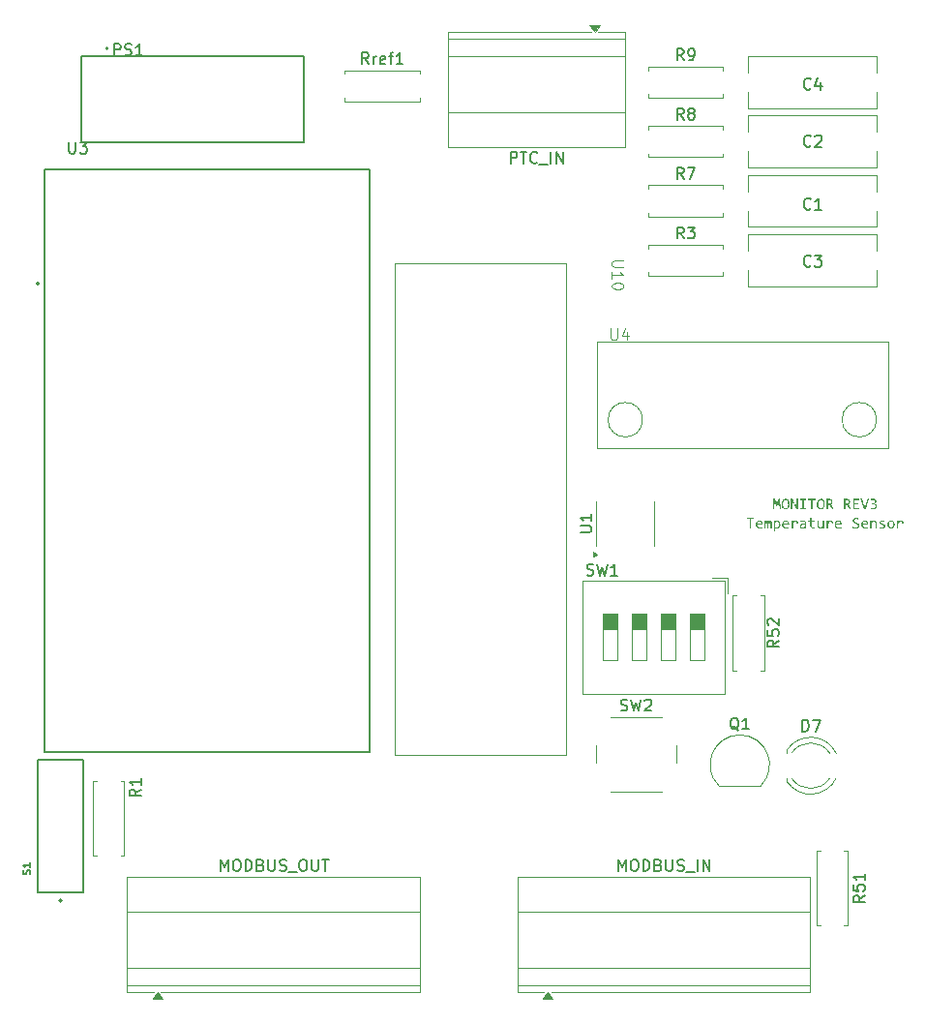
<source format=gbr>
%TF.GenerationSoftware,KiCad,Pcbnew,9.0.3*%
%TF.CreationDate,2026-01-26T07:39:13-05:00*%
%TF.ProjectId,SLAVE_TEMP,534c4156-455f-4544-954d-502e6b696361,rev?*%
%TF.SameCoordinates,Original*%
%TF.FileFunction,Legend,Top*%
%TF.FilePolarity,Positive*%
%FSLAX46Y46*%
G04 Gerber Fmt 4.6, Leading zero omitted, Abs format (unit mm)*
G04 Created by KiCad (PCBNEW 9.0.3) date 2026-01-26 07:39:13*
%MOMM*%
%LPD*%
G01*
G04 APERTURE LIST*
%ADD10C,0.100000*%
%ADD11C,0.150000*%
%ADD12C,0.120000*%
%ADD13C,0.127000*%
%ADD14C,0.200000*%
G04 APERTURE END LIST*
D10*
G36*
X145622462Y-90150000D02*
G01*
X145503577Y-90150000D01*
X145485808Y-89595080D01*
X145478298Y-89381306D01*
X145436654Y-89505626D01*
X145304824Y-89860816D01*
X145220805Y-89860816D01*
X145095081Y-89519242D01*
X145053437Y-89381306D01*
X145050690Y-89604666D01*
X145034997Y-90150000D01*
X144920203Y-90150000D01*
X144963922Y-89259002D01*
X145108087Y-89259002D01*
X145228315Y-89595080D01*
X145267211Y-89708469D01*
X145304824Y-89595080D01*
X145431159Y-89259002D01*
X145579414Y-89259002D01*
X145622462Y-90150000D01*
G37*
G36*
X146103716Y-89247104D02*
G01*
X146153349Y-89257766D01*
X146196982Y-89274816D01*
X146237161Y-89298782D01*
X146272416Y-89328621D01*
X146303167Y-89364759D01*
X146339425Y-89427984D01*
X146366365Y-89507336D01*
X146381760Y-89594341D01*
X146387247Y-89696746D01*
X146383786Y-89776795D01*
X146374047Y-89845621D01*
X146358854Y-89904658D01*
X146336907Y-89961493D01*
X146311324Y-90009313D01*
X146282345Y-90049249D01*
X146248015Y-90084418D01*
X146210553Y-90112515D01*
X146169627Y-90134063D01*
X146103471Y-90154773D01*
X146033401Y-90161723D01*
X145976683Y-90158030D01*
X145927048Y-90147488D01*
X145883435Y-90130643D01*
X145843305Y-90106824D01*
X145808155Y-90076993D01*
X145777556Y-90040701D01*
X145741648Y-89977146D01*
X145715030Y-89897452D01*
X145699955Y-89810066D01*
X145694575Y-89707004D01*
X145694863Y-89700287D01*
X145820909Y-89700287D01*
X145824121Y-89777836D01*
X145833183Y-89845062D01*
X145849539Y-89907306D01*
X145871834Y-89957292D01*
X145902365Y-89999375D01*
X145939795Y-90030198D01*
X145984588Y-90049408D01*
X146040239Y-90056210D01*
X146094499Y-90049040D01*
X146139219Y-90028489D01*
X146176872Y-89996213D01*
X146207912Y-89953201D01*
X146230956Y-89902820D01*
X146247846Y-89842009D01*
X146257510Y-89777045D01*
X146260852Y-89705783D01*
X146257726Y-89628827D01*
X146248884Y-89561741D01*
X146232780Y-89499438D01*
X146210293Y-89449145D01*
X146179428Y-89406774D01*
X146141661Y-89375872D01*
X146096477Y-89356669D01*
X146040239Y-89349860D01*
X145985974Y-89357041D01*
X145941504Y-89377581D01*
X145904226Y-89409843D01*
X145873544Y-89452869D01*
X145850780Y-89503269D01*
X145833915Y-89564427D01*
X145824239Y-89629580D01*
X145820909Y-89700287D01*
X145694863Y-89700287D01*
X145697973Y-89627858D01*
X145707555Y-89559471D01*
X145722541Y-89500497D01*
X145744312Y-89443629D01*
X145769795Y-89395791D01*
X145798744Y-89355844D01*
X145833098Y-89320649D01*
X145870442Y-89292579D01*
X145911096Y-89271092D01*
X145976994Y-89250341D01*
X146047017Y-89243370D01*
X146103716Y-89247104D01*
G37*
G36*
X147113076Y-90150000D02*
G01*
X146954624Y-90150000D01*
X146694322Y-89594042D01*
X146619156Y-89415317D01*
X146619156Y-89864846D01*
X146619156Y-90150000D01*
X146505766Y-90150000D01*
X146505766Y-89259002D01*
X146662204Y-89259002D01*
X146910171Y-89785772D01*
X146999686Y-89989776D01*
X146999686Y-89512159D01*
X146999686Y-89259002D01*
X147113076Y-89259002D01*
X147113076Y-90150000D01*
G37*
G36*
X147516504Y-89361584D02*
G01*
X147310852Y-89361584D01*
X147310852Y-89259002D01*
X147845072Y-89259002D01*
X147845072Y-89361584D01*
X147639419Y-89361584D01*
X147639419Y-90046441D01*
X147845072Y-90046441D01*
X147845072Y-90150000D01*
X147310852Y-90150000D01*
X147310852Y-90046441D01*
X147516504Y-90046441D01*
X147516504Y-89361584D01*
G37*
G36*
X148672689Y-89362561D02*
G01*
X148408296Y-89362561D01*
X148408296Y-90150000D01*
X148285381Y-90150000D01*
X148285381Y-89362561D01*
X148020988Y-89362561D01*
X148020988Y-89259002D01*
X148672689Y-89259002D01*
X148672689Y-89362561D01*
G37*
G36*
X149179222Y-89247104D02*
G01*
X149228855Y-89257766D01*
X149272488Y-89274816D01*
X149312667Y-89298782D01*
X149347922Y-89328621D01*
X149378673Y-89364759D01*
X149414931Y-89427984D01*
X149441871Y-89507336D01*
X149457266Y-89594341D01*
X149462753Y-89696746D01*
X149459292Y-89776795D01*
X149449553Y-89845621D01*
X149434360Y-89904658D01*
X149412412Y-89961493D01*
X149386830Y-90009313D01*
X149357851Y-90049249D01*
X149323521Y-90084418D01*
X149286059Y-90112515D01*
X149245133Y-90134063D01*
X149178977Y-90154773D01*
X149108907Y-90161723D01*
X149052189Y-90158030D01*
X149002554Y-90147488D01*
X148958941Y-90130643D01*
X148918811Y-90106824D01*
X148883661Y-90076993D01*
X148853062Y-90040701D01*
X148817154Y-89977146D01*
X148790536Y-89897452D01*
X148775461Y-89810066D01*
X148770081Y-89707004D01*
X148770369Y-89700287D01*
X148896415Y-89700287D01*
X148899626Y-89777836D01*
X148908688Y-89845062D01*
X148925045Y-89907306D01*
X148947340Y-89957292D01*
X148977871Y-89999375D01*
X149015300Y-90030198D01*
X149060094Y-90049408D01*
X149115745Y-90056210D01*
X149170004Y-90049040D01*
X149214725Y-90028489D01*
X149252378Y-89996213D01*
X149283418Y-89953201D01*
X149306462Y-89902820D01*
X149323352Y-89842009D01*
X149333016Y-89777045D01*
X149336358Y-89705783D01*
X149333232Y-89628827D01*
X149324390Y-89561741D01*
X149308286Y-89499438D01*
X149285799Y-89449145D01*
X149254934Y-89406774D01*
X149217167Y-89375872D01*
X149171983Y-89356669D01*
X149115745Y-89349860D01*
X149061480Y-89357041D01*
X149017010Y-89377581D01*
X148979732Y-89409843D01*
X148949050Y-89452869D01*
X148926286Y-89503269D01*
X148909421Y-89564427D01*
X148899745Y-89629580D01*
X148896415Y-89700287D01*
X148770369Y-89700287D01*
X148773479Y-89627858D01*
X148783061Y-89559471D01*
X148798046Y-89500497D01*
X148819818Y-89443629D01*
X148845301Y-89395791D01*
X148874250Y-89355844D01*
X148908604Y-89320649D01*
X148945948Y-89292579D01*
X148986602Y-89271092D01*
X149052499Y-89250341D01*
X149122523Y-89243370D01*
X149179222Y-89247104D01*
G37*
G36*
X149930129Y-89263617D02*
G01*
X149989097Y-89276160D01*
X150041344Y-89297346D01*
X150080993Y-89324092D01*
X150112103Y-89358106D01*
X150133566Y-89398342D01*
X150146032Y-89443394D01*
X150150358Y-89494513D01*
X150147229Y-89535456D01*
X150138024Y-89573586D01*
X150122726Y-89609216D01*
X150101448Y-89641364D01*
X150074602Y-89669528D01*
X150041365Y-89694120D01*
X150003495Y-89713268D01*
X149959055Y-89727276D01*
X149993630Y-89744714D01*
X150022924Y-89771973D01*
X150048188Y-89807098D01*
X150076536Y-89856908D01*
X150217952Y-90150000D01*
X150080627Y-90150000D01*
X149947453Y-89866495D01*
X149916679Y-89812639D01*
X149899980Y-89793086D01*
X149882851Y-89778750D01*
X149863930Y-89767968D01*
X149843223Y-89760737D01*
X149795107Y-89755303D01*
X149737710Y-89755303D01*
X149737710Y-90150000D01*
X149616138Y-90150000D01*
X149616138Y-89657606D01*
X149737710Y-89657606D01*
X149836079Y-89657606D01*
X149877886Y-89655017D01*
X149913626Y-89647714D01*
X149946079Y-89635103D01*
X149972366Y-89618222D01*
X149993854Y-89596480D01*
X150009918Y-89570228D01*
X150019810Y-89540301D01*
X150023291Y-89504771D01*
X150017824Y-89458932D01*
X150002738Y-89423970D01*
X149978533Y-89397243D01*
X149946776Y-89378343D01*
X149905628Y-89366082D01*
X149852504Y-89361584D01*
X149737710Y-89361584D01*
X149737710Y-89657606D01*
X149616138Y-89657606D01*
X149616138Y-89259002D01*
X149855252Y-89259002D01*
X149930129Y-89263617D01*
G37*
G36*
X151467882Y-89263617D02*
G01*
X151526850Y-89276160D01*
X151579097Y-89297346D01*
X151618746Y-89324092D01*
X151649856Y-89358106D01*
X151671319Y-89398342D01*
X151683785Y-89443394D01*
X151688111Y-89494513D01*
X151684982Y-89535456D01*
X151675777Y-89573586D01*
X151660479Y-89609216D01*
X151639201Y-89641364D01*
X151612355Y-89669528D01*
X151579118Y-89694120D01*
X151541248Y-89713268D01*
X151496808Y-89727276D01*
X151531383Y-89744714D01*
X151560677Y-89771973D01*
X151585941Y-89807098D01*
X151614289Y-89856908D01*
X151755705Y-90150000D01*
X151618380Y-90150000D01*
X151485206Y-89866495D01*
X151454432Y-89812639D01*
X151437733Y-89793086D01*
X151420604Y-89778750D01*
X151401683Y-89767968D01*
X151380976Y-89760737D01*
X151332860Y-89755303D01*
X151275463Y-89755303D01*
X151275463Y-90150000D01*
X151153891Y-90150000D01*
X151153891Y-89657606D01*
X151275463Y-89657606D01*
X151373832Y-89657606D01*
X151415639Y-89655017D01*
X151451379Y-89647714D01*
X151483832Y-89635103D01*
X151510119Y-89618222D01*
X151531607Y-89596480D01*
X151547671Y-89570228D01*
X151557563Y-89540301D01*
X151561044Y-89504771D01*
X151555577Y-89458932D01*
X151540491Y-89423970D01*
X151516286Y-89397243D01*
X151484529Y-89378343D01*
X151443381Y-89366082D01*
X151390257Y-89361584D01*
X151275463Y-89361584D01*
X151275463Y-89657606D01*
X151153891Y-89657606D01*
X151153891Y-89259002D01*
X151393005Y-89259002D01*
X151467882Y-89263617D01*
G37*
G36*
X152451492Y-90150000D02*
G01*
X151943955Y-90150000D01*
X151943955Y-89259002D01*
X152451492Y-89259002D01*
X152451492Y-89361584D01*
X152065527Y-89361584D01*
X152065527Y-89637090D01*
X152436471Y-89637090D01*
X152436471Y-89739672D01*
X152065527Y-89739672D01*
X152065527Y-90046441D01*
X152451492Y-90046441D01*
X152451492Y-90150000D01*
G37*
G36*
X153341940Y-89259002D02*
G01*
X153038652Y-90150000D01*
X152874704Y-90150000D01*
X152578254Y-89259002D01*
X152715519Y-89259002D01*
X152908165Y-89859595D01*
X152962814Y-90035450D01*
X153018868Y-89859595D01*
X153212186Y-89259002D01*
X153341940Y-89259002D01*
G37*
G36*
X154015867Y-89879073D02*
G01*
X154009838Y-89936068D01*
X153991932Y-89989105D01*
X153962421Y-90036844D01*
X153920246Y-90078986D01*
X153867884Y-90112566D01*
X153800018Y-90139619D01*
X153724254Y-90155847D01*
X153631307Y-90161723D01*
X153535625Y-90158182D01*
X153456429Y-90149023D01*
X153456429Y-90042533D01*
X153545883Y-90054073D01*
X153642237Y-90058164D01*
X153706657Y-90054952D01*
X153756604Y-90046318D01*
X153801077Y-90031253D01*
X153834151Y-90012124D01*
X153860348Y-89987141D01*
X153877870Y-89957964D01*
X153888006Y-89924755D01*
X153891548Y-89886217D01*
X153887290Y-89851208D01*
X153875123Y-89822165D01*
X153855682Y-89797364D01*
X153829022Y-89776491D01*
X153797293Y-89760708D01*
X153758008Y-89748892D01*
X153715573Y-89742065D01*
X153667516Y-89739672D01*
X153565728Y-89739672D01*
X153565728Y-89641974D01*
X153668859Y-89641974D01*
X153708036Y-89639219D01*
X153742254Y-89631350D01*
X153773438Y-89618129D01*
X153798980Y-89600758D01*
X153819748Y-89578564D01*
X153835189Y-89551543D01*
X153844547Y-89520957D01*
X153847828Y-89485170D01*
X153842392Y-89439110D01*
X153827587Y-89405047D01*
X153804109Y-89379963D01*
X153773157Y-89362693D01*
X153731401Y-89351216D01*
X153675698Y-89346929D01*
X153630374Y-89349086D01*
X153582764Y-89355722D01*
X153480304Y-89382100D01*
X153480304Y-89278541D01*
X153529824Y-89263703D01*
X153582459Y-89252712D01*
X153634726Y-89245812D01*
X153684552Y-89243370D01*
X153753264Y-89247472D01*
X153809604Y-89258818D01*
X153860221Y-89278168D01*
X153899730Y-89303148D01*
X153931579Y-89335174D01*
X153954379Y-89373185D01*
X153968103Y-89416226D01*
X153972881Y-89465936D01*
X153968232Y-89515917D01*
X153954988Y-89558480D01*
X153933558Y-89595080D01*
X153904823Y-89626897D01*
X153869274Y-89654578D01*
X153825969Y-89678183D01*
X153860304Y-89686269D01*
X153894601Y-89699982D01*
X153926761Y-89718665D01*
X153955417Y-89741870D01*
X153979743Y-89769562D01*
X153999137Y-89802137D01*
X154011592Y-89838317D01*
X154015867Y-89879073D01*
G37*
G36*
X143290553Y-91042561D02*
G01*
X143026160Y-91042561D01*
X143026160Y-91830000D01*
X142903245Y-91830000D01*
X142903245Y-91042561D01*
X142638852Y-91042561D01*
X142638852Y-90939002D01*
X143290553Y-90939002D01*
X143290553Y-91042561D01*
G37*
G36*
X143809482Y-91136414D02*
G01*
X143867454Y-91153142D01*
X143918816Y-91180699D01*
X143960694Y-91217194D01*
X143993631Y-91262462D01*
X144018091Y-91317944D01*
X144032500Y-91379351D01*
X144037570Y-91450507D01*
X144036898Y-91493005D01*
X144034822Y-91525184D01*
X143553236Y-91525184D01*
X143557366Y-91577513D01*
X143568927Y-91620839D01*
X143587157Y-91656815D01*
X143611976Y-91686690D01*
X143642784Y-91710266D01*
X143680305Y-91727797D01*
X143725926Y-91739018D01*
X143781420Y-91743049D01*
X143841504Y-91740546D01*
X143899572Y-91733646D01*
X143953184Y-91723815D01*
X144000689Y-91711786D01*
X144000689Y-91809483D01*
X143950490Y-91822163D01*
X143891024Y-91832747D01*
X143829252Y-91839446D01*
X143764323Y-91841723D01*
X143679809Y-91835331D01*
X143612648Y-91817787D01*
X143554171Y-91788006D01*
X143508479Y-91748361D01*
X143473602Y-91698583D01*
X143448395Y-91636926D01*
X143434029Y-91568393D01*
X143428916Y-91487449D01*
X143432943Y-91433349D01*
X143553236Y-91433349D01*
X143913922Y-91433349D01*
X143912662Y-91388503D01*
X143905068Y-91349207D01*
X143890932Y-91313348D01*
X143871240Y-91283628D01*
X143845685Y-91259284D01*
X143814148Y-91240703D01*
X143778200Y-91229297D01*
X143734953Y-91225254D01*
X143697301Y-91229127D01*
X143663878Y-91240397D01*
X143634074Y-91258536D01*
X143608557Y-91282957D01*
X143587876Y-91312641D01*
X143571005Y-91348902D01*
X143559519Y-91388598D01*
X143553236Y-91433349D01*
X143432943Y-91433349D01*
X143434205Y-91416394D01*
X143449738Y-91350368D01*
X143475612Y-91289147D01*
X143510494Y-91236856D01*
X143554858Y-91193116D01*
X143608557Y-91159248D01*
X143648194Y-91143520D01*
X143691892Y-91133834D01*
X143740387Y-91130488D01*
X143809482Y-91136414D01*
G37*
G36*
X144716259Y-91830000D02*
G01*
X144716259Y-91336018D01*
X144713878Y-91283323D01*
X144706368Y-91250778D01*
X144693362Y-91233986D01*
X144673944Y-91229162D01*
X144660849Y-91231202D01*
X144648665Y-91237405D01*
X144623691Y-91264089D01*
X144594321Y-91313121D01*
X144556402Y-91388103D01*
X144556402Y-91830000D01*
X144447837Y-91830000D01*
X144447837Y-91349085D01*
X144445394Y-91288086D01*
X144437884Y-91251755D01*
X144424572Y-91233986D01*
X144404789Y-91229162D01*
X144381525Y-91236001D01*
X144357284Y-91260669D01*
X144327547Y-91309335D01*
X144288651Y-91388103D01*
X144288651Y-91830000D01*
X144179353Y-91830000D01*
X144179353Y-91142212D01*
X144270211Y-91142212D01*
X144275645Y-91273065D01*
X144310145Y-91206875D01*
X144327754Y-91181452D01*
X144344644Y-91162911D01*
X144363292Y-91148226D01*
X144382563Y-91138365D01*
X144403471Y-91132520D01*
X144427320Y-91130488D01*
X144462465Y-91134836D01*
X144489851Y-91146971D01*
X144511340Y-91166697D01*
X144526199Y-91192484D01*
X144536234Y-91228673D01*
X144540038Y-91278560D01*
X144572095Y-91215484D01*
X144605923Y-91169078D01*
X144625197Y-91152351D01*
X144645918Y-91140380D01*
X144668920Y-91133073D01*
X144696476Y-91130488D01*
X144734277Y-91135528D01*
X144764329Y-91149787D01*
X144788550Y-91173473D01*
X144807566Y-91208705D01*
X144820586Y-91259156D01*
X144825558Y-91329668D01*
X144825558Y-91830000D01*
X144716259Y-91830000D01*
G37*
G36*
X145400540Y-91136881D02*
G01*
X145447584Y-91155157D01*
X145488108Y-91184557D01*
X145522017Y-91224583D01*
X145547813Y-91272704D01*
X145567140Y-91332660D01*
X145578228Y-91397946D01*
X145582161Y-91473893D01*
X145575374Y-91562054D01*
X145556516Y-91633995D01*
X145525458Y-91697523D01*
X145485808Y-91747568D01*
X145436813Y-91786948D01*
X145379257Y-91815284D01*
X145315955Y-91832057D01*
X145246083Y-91837815D01*
X145180809Y-91834457D01*
X145114925Y-91823161D01*
X145114925Y-92111367D01*
X144996040Y-92111367D01*
X144996040Y-91378456D01*
X145114925Y-91378456D01*
X145114925Y-91711664D01*
X145183923Y-91733218D01*
X145254937Y-91741095D01*
X145302068Y-91736709D01*
X145342091Y-91724225D01*
X145376399Y-91704050D01*
X145405940Y-91675760D01*
X145428238Y-91642115D01*
X145445311Y-91599508D01*
X145456503Y-91545946D01*
X145460590Y-91479023D01*
X145458535Y-91426137D01*
X145452713Y-91379799D01*
X145442156Y-91336731D01*
X145427739Y-91302496D01*
X145407963Y-91273452D01*
X145384019Y-91252182D01*
X145355372Y-91238736D01*
X145320516Y-91234047D01*
X145274721Y-91241252D01*
X145251740Y-91250479D01*
X145226544Y-91265188D01*
X145173971Y-91309640D01*
X145114925Y-91378456D01*
X144996040Y-91378456D01*
X144996040Y-91142212D01*
X145101919Y-91142212D01*
X145109429Y-91257311D01*
X145146248Y-91213172D01*
X145182588Y-91180968D01*
X145218728Y-91158820D01*
X145278840Y-91137651D01*
X145344452Y-91130488D01*
X145400540Y-91136881D01*
G37*
G36*
X146116111Y-91136414D02*
G01*
X146174084Y-91153142D01*
X146225446Y-91180699D01*
X146267324Y-91217194D01*
X146300261Y-91262462D01*
X146324721Y-91317944D01*
X146339129Y-91379351D01*
X146344199Y-91450507D01*
X146343527Y-91493005D01*
X146341451Y-91525184D01*
X145859866Y-91525184D01*
X145863995Y-91577513D01*
X145875556Y-91620839D01*
X145893786Y-91656815D01*
X145918606Y-91686690D01*
X145949414Y-91710266D01*
X145986934Y-91727797D01*
X146032556Y-91739018D01*
X146088049Y-91743049D01*
X146148133Y-91740546D01*
X146206202Y-91733646D01*
X146259813Y-91723815D01*
X146307318Y-91711786D01*
X146307318Y-91809483D01*
X146257119Y-91822163D01*
X146197653Y-91832747D01*
X146135881Y-91839446D01*
X146070952Y-91841723D01*
X145986438Y-91835331D01*
X145919278Y-91817787D01*
X145860800Y-91788006D01*
X145815108Y-91748361D01*
X145780232Y-91698583D01*
X145755024Y-91636926D01*
X145740659Y-91568393D01*
X145735546Y-91487449D01*
X145739573Y-91433349D01*
X145859866Y-91433349D01*
X146220551Y-91433349D01*
X146219291Y-91388503D01*
X146211697Y-91349207D01*
X146197561Y-91313348D01*
X146177870Y-91283628D01*
X146152315Y-91259284D01*
X146120778Y-91240703D01*
X146084829Y-91229297D01*
X146041582Y-91225254D01*
X146003931Y-91229127D01*
X145970508Y-91240397D01*
X145940703Y-91258536D01*
X145915187Y-91282957D01*
X145894506Y-91312641D01*
X145877634Y-91348902D01*
X145866148Y-91388598D01*
X145859866Y-91433349D01*
X145739573Y-91433349D01*
X145740835Y-91416394D01*
X145756368Y-91350368D01*
X145782241Y-91289147D01*
X145817123Y-91236856D01*
X145861488Y-91193116D01*
X145915187Y-91159248D01*
X145954823Y-91143520D01*
X145998521Y-91133834D01*
X146047017Y-91130488D01*
X146116111Y-91136414D01*
G37*
G36*
X146561819Y-91142212D02*
G01*
X146670446Y-91142212D01*
X146673805Y-91268668D01*
X146716604Y-91222172D01*
X146756443Y-91187630D01*
X146793728Y-91163155D01*
X146834099Y-91144694D01*
X146873647Y-91133996D01*
X146912919Y-91130488D01*
X146965325Y-91135242D01*
X147008611Y-91148601D01*
X147044584Y-91169900D01*
X147074485Y-91199426D01*
X147096721Y-91234764D01*
X147113202Y-91279208D01*
X147123196Y-91334809D01*
X147125349Y-91404040D01*
X147005120Y-91404040D01*
X147002481Y-91344218D01*
X146993062Y-91302256D01*
X146978803Y-91273614D01*
X146957212Y-91251251D01*
X146930144Y-91237819D01*
X146895822Y-91233070D01*
X146872071Y-91235169D01*
X146847706Y-91241618D01*
X146823794Y-91252301D01*
X146797819Y-91268852D01*
X146743475Y-91316845D01*
X146682048Y-91387615D01*
X146682048Y-91830000D01*
X146561819Y-91830000D01*
X146561819Y-91142212D01*
G37*
G36*
X147642481Y-91134071D02*
G01*
X147694068Y-91144166D01*
X147740898Y-91161839D01*
X147778454Y-91185931D01*
X147808811Y-91217437D01*
X147831394Y-91256456D01*
X147844967Y-91301280D01*
X147849834Y-91356352D01*
X147849834Y-91830000D01*
X147743283Y-91830000D01*
X147740535Y-91737676D01*
X147682471Y-91786237D01*
X147626779Y-91817238D01*
X147567722Y-91835582D01*
X147505574Y-91841723D01*
X147449259Y-91837688D01*
X147405129Y-91826702D01*
X147366458Y-91808455D01*
X147336497Y-91785425D01*
X147313093Y-91756815D01*
X147296868Y-91723632D01*
X147287467Y-91687028D01*
X147284229Y-91646390D01*
X147284619Y-91642543D01*
X147409892Y-91642543D01*
X147416059Y-91680462D01*
X147424063Y-91697533D01*
X147435842Y-91712641D01*
X147451171Y-91724941D01*
X147471380Y-91734867D01*
X147494604Y-91740841D01*
X147524686Y-91743049D01*
X147566464Y-91737375D01*
X147618597Y-91718075D01*
X147670714Y-91687447D01*
X147730277Y-91639124D01*
X147730277Y-91517369D01*
X147579335Y-91517369D01*
X147536574Y-91519769D01*
X147502826Y-91526284D01*
X147472815Y-91537414D01*
X147450192Y-91551563D01*
X147432270Y-91569726D01*
X147419784Y-91590886D01*
X147412453Y-91614793D01*
X147409892Y-91642543D01*
X147284619Y-91642543D01*
X147289289Y-91596425D01*
X147303772Y-91553784D01*
X147327422Y-91516944D01*
X147361043Y-91484945D01*
X147400276Y-91461162D01*
X147449682Y-91442880D01*
X147511453Y-91430885D01*
X147588189Y-91426510D01*
X147730277Y-91426510D01*
X147730277Y-91366243D01*
X147725696Y-91327343D01*
X147712682Y-91295365D01*
X147691321Y-91268729D01*
X147663107Y-91249460D01*
X147624583Y-91236812D01*
X147572496Y-91232093D01*
X147514835Y-91235408D01*
X147458069Y-91245343D01*
X147401622Y-91261054D01*
X147341626Y-91282896D01*
X147341626Y-91175429D01*
X147391818Y-91158942D01*
X147450192Y-91144532D01*
X147514428Y-91134335D01*
X147582083Y-91130488D01*
X147642481Y-91134071D01*
G37*
G36*
X148624206Y-91820230D02*
G01*
X148540858Y-91833724D01*
X148453419Y-91837815D01*
X148387976Y-91833485D01*
X148335582Y-91821602D01*
X148293829Y-91803382D01*
X148260773Y-91779380D01*
X148234329Y-91748305D01*
X148214605Y-91709314D01*
X148201882Y-91660644D01*
X148197270Y-91599984D01*
X148197270Y-91241863D01*
X148005295Y-91241863D01*
X148005295Y-91142212D01*
X148197270Y-91142212D01*
X148197270Y-90954023D01*
X148316094Y-90923370D01*
X148316094Y-91142212D01*
X148624206Y-91142212D01*
X148624206Y-91241863D01*
X148316094Y-91241863D01*
X148316094Y-91590275D01*
X148321021Y-91637905D01*
X148334422Y-91673765D01*
X148355356Y-91700673D01*
X148383759Y-91720024D01*
X148421440Y-91732562D01*
X148471188Y-91737187D01*
X148542873Y-91732486D01*
X148624206Y-91717648D01*
X148624206Y-91820230D01*
G37*
G36*
X149391678Y-91830000D02*
G01*
X149285127Y-91830000D01*
X149281036Y-91719052D01*
X149222601Y-91777976D01*
X149194448Y-91799585D01*
X149167585Y-91815833D01*
X149139910Y-91828105D01*
X149112631Y-91835922D01*
X149054257Y-91841723D01*
X149001726Y-91837339D01*
X148958710Y-91825100D01*
X148923379Y-91805807D01*
X148894400Y-91779441D01*
X148872330Y-91747245D01*
X148855478Y-91706483D01*
X148844447Y-91655242D01*
X148840422Y-91591191D01*
X148840422Y-91142212D01*
X148959307Y-91142212D01*
X148959307Y-91581910D01*
X148965371Y-91645314D01*
X148981106Y-91688412D01*
X149004465Y-91716847D01*
X149035878Y-91733962D01*
X149078131Y-91740118D01*
X149120813Y-91733646D01*
X149141495Y-91725085D01*
X149164532Y-91711053D01*
X149213747Y-91667517D01*
X149272854Y-91598335D01*
X149272854Y-91142212D01*
X149391678Y-91142212D01*
X149391678Y-91830000D01*
G37*
G36*
X149637325Y-91142212D02*
G01*
X149745952Y-91142212D01*
X149749311Y-91268668D01*
X149792110Y-91222172D01*
X149831949Y-91187630D01*
X149869234Y-91163155D01*
X149909605Y-91144694D01*
X149949153Y-91133996D01*
X149988424Y-91130488D01*
X150040830Y-91135242D01*
X150084117Y-91148601D01*
X150120090Y-91169900D01*
X150149991Y-91199426D01*
X150172226Y-91234764D01*
X150188708Y-91279208D01*
X150198702Y-91334809D01*
X150200855Y-91404040D01*
X150080626Y-91404040D01*
X150077987Y-91344218D01*
X150068568Y-91302256D01*
X150054309Y-91273614D01*
X150032718Y-91251251D01*
X150005650Y-91237819D01*
X149971327Y-91233070D01*
X149947577Y-91235169D01*
X149923212Y-91241618D01*
X149899300Y-91252301D01*
X149873325Y-91268852D01*
X149818981Y-91316845D01*
X149757554Y-91387615D01*
X149757554Y-91830000D01*
X149637325Y-91830000D01*
X149637325Y-91142212D01*
G37*
G36*
X150729370Y-91136414D02*
G01*
X150787343Y-91153142D01*
X150838705Y-91180699D01*
X150880583Y-91217194D01*
X150913520Y-91262462D01*
X150937980Y-91317944D01*
X150952388Y-91379351D01*
X150957458Y-91450507D01*
X150956786Y-91493005D01*
X150954710Y-91525184D01*
X150473124Y-91525184D01*
X150477254Y-91577513D01*
X150488815Y-91620839D01*
X150507045Y-91656815D01*
X150531865Y-91686690D01*
X150562673Y-91710266D01*
X150600193Y-91727797D01*
X150645815Y-91739018D01*
X150701308Y-91743049D01*
X150761392Y-91740546D01*
X150819461Y-91733646D01*
X150873072Y-91723815D01*
X150920577Y-91711786D01*
X150920577Y-91809483D01*
X150870378Y-91822163D01*
X150810912Y-91832747D01*
X150749140Y-91839446D01*
X150684211Y-91841723D01*
X150599697Y-91835331D01*
X150532536Y-91817787D01*
X150474059Y-91788006D01*
X150428367Y-91748361D01*
X150393490Y-91698583D01*
X150368283Y-91636926D01*
X150353917Y-91568393D01*
X150348805Y-91487449D01*
X150352831Y-91433349D01*
X150473124Y-91433349D01*
X150833810Y-91433349D01*
X150832550Y-91388503D01*
X150824956Y-91349207D01*
X150810820Y-91313348D01*
X150791129Y-91283628D01*
X150765574Y-91259284D01*
X150734037Y-91240703D01*
X150698088Y-91229297D01*
X150654841Y-91225254D01*
X150617190Y-91229127D01*
X150583766Y-91240397D01*
X150553962Y-91258536D01*
X150528445Y-91282957D01*
X150507764Y-91312641D01*
X150490893Y-91348902D01*
X150479407Y-91388598D01*
X150473124Y-91433349D01*
X150352831Y-91433349D01*
X150354093Y-91416394D01*
X150369627Y-91350368D01*
X150395500Y-91289147D01*
X150430382Y-91236856D01*
X150474747Y-91193116D01*
X150528445Y-91159248D01*
X150568082Y-91143520D01*
X150611780Y-91133834D01*
X150660275Y-91130488D01*
X150729370Y-91136414D01*
G37*
G36*
X152487700Y-91587344D02*
G01*
X152480958Y-91648114D01*
X152461750Y-91698841D01*
X152430823Y-91742484D01*
X152389332Y-91778464D01*
X152339395Y-91805735D01*
X152277591Y-91826031D01*
X152210491Y-91837641D01*
X152133854Y-91841723D01*
X152063145Y-91838975D01*
X151995490Y-91832137D01*
X151934368Y-91822611D01*
X151882467Y-91810949D01*
X151882467Y-91693285D01*
X151935587Y-91710018D01*
X151997566Y-91723326D01*
X152063615Y-91731358D01*
X152142707Y-91734256D01*
X152199256Y-91731747D01*
X152242786Y-91725036D01*
X152281602Y-91713100D01*
X152310441Y-91697742D01*
X152333423Y-91677343D01*
X152348665Y-91653656D01*
X152357524Y-91626359D01*
X152360633Y-91594183D01*
X152355457Y-91560163D01*
X152340483Y-91532329D01*
X152317721Y-91508532D01*
X152287543Y-91486533D01*
X152253229Y-91467578D01*
X152212744Y-91449591D01*
X152127015Y-91415031D01*
X152041286Y-91376441D01*
X152001223Y-91353444D01*
X151966486Y-91327165D01*
X151936848Y-91296288D01*
X151913547Y-91260486D01*
X151898686Y-91219734D01*
X151893397Y-91169567D01*
X151898112Y-91124357D01*
X151912509Y-91079258D01*
X151936582Y-91037741D01*
X151971921Y-91000307D01*
X152016449Y-90969900D01*
X152075419Y-90944558D01*
X152142024Y-90929048D01*
X152226055Y-90923370D01*
X152274904Y-90925446D01*
X152328210Y-90931247D01*
X152381455Y-90939856D01*
X152430303Y-90950115D01*
X152430303Y-91059658D01*
X152325096Y-91036760D01*
X152272874Y-91030815D01*
X152223308Y-91028883D01*
X152154036Y-91033575D01*
X152104387Y-91045839D01*
X152069618Y-91063688D01*
X152042023Y-91089927D01*
X152025972Y-91120587D01*
X152020464Y-91157233D01*
X152025626Y-91191321D01*
X152040614Y-91219515D01*
X152063385Y-91243632D01*
X152093554Y-91265982D01*
X152127892Y-91285174D01*
X152168353Y-91303229D01*
X152254082Y-91337789D01*
X152339811Y-91376746D01*
X152379840Y-91400121D01*
X152414611Y-91426999D01*
X152444233Y-91458543D01*
X152467550Y-91495081D01*
X152482412Y-91536495D01*
X152487700Y-91587344D01*
G37*
G36*
X153035999Y-91136414D02*
G01*
X153093972Y-91153142D01*
X153145334Y-91180699D01*
X153187212Y-91217194D01*
X153220149Y-91262462D01*
X153244609Y-91317944D01*
X153259017Y-91379351D01*
X153264087Y-91450507D01*
X153263416Y-91493005D01*
X153261340Y-91525184D01*
X152779754Y-91525184D01*
X152783884Y-91577513D01*
X152795444Y-91620839D01*
X152813674Y-91656815D01*
X152838494Y-91686690D01*
X152869302Y-91710266D01*
X152906823Y-91727797D01*
X152952444Y-91739018D01*
X153007938Y-91743049D01*
X153068021Y-91740546D01*
X153126090Y-91733646D01*
X153179702Y-91723815D01*
X153227207Y-91711786D01*
X153227207Y-91809483D01*
X153177007Y-91822163D01*
X153117542Y-91832747D01*
X153055770Y-91839446D01*
X152990841Y-91841723D01*
X152906327Y-91835331D01*
X152839166Y-91817787D01*
X152780688Y-91788006D01*
X152734996Y-91748361D01*
X152700120Y-91698583D01*
X152674913Y-91636926D01*
X152660547Y-91568393D01*
X152655434Y-91487449D01*
X152659461Y-91433349D01*
X152779754Y-91433349D01*
X153140439Y-91433349D01*
X153139180Y-91388503D01*
X153131586Y-91349207D01*
X153117450Y-91313348D01*
X153097758Y-91283628D01*
X153072203Y-91259284D01*
X153040666Y-91240703D01*
X153004717Y-91229297D01*
X152961471Y-91225254D01*
X152923819Y-91229127D01*
X152890396Y-91240397D01*
X152860591Y-91258536D01*
X152835075Y-91282957D01*
X152814394Y-91312641D01*
X152797523Y-91348902D01*
X152786037Y-91388598D01*
X152779754Y-91433349D01*
X152659461Y-91433349D01*
X152660723Y-91416394D01*
X152676256Y-91350368D01*
X152702130Y-91289147D01*
X152737011Y-91236856D01*
X152781376Y-91193116D01*
X152835075Y-91159248D01*
X152874712Y-91143520D01*
X152918409Y-91133834D01*
X152966905Y-91130488D01*
X153035999Y-91136414D01*
G37*
G36*
X153453681Y-91142212D02*
G01*
X153559560Y-91142212D01*
X153564323Y-91253159D01*
X153622392Y-91194235D01*
X153677407Y-91156439D01*
X153704867Y-91144144D01*
X153732362Y-91136289D01*
X153790431Y-91130488D01*
X153842963Y-91134890D01*
X153886050Y-91147186D01*
X153921507Y-91166591D01*
X153950654Y-91193136D01*
X153972871Y-91225499D01*
X153989817Y-91266381D01*
X154000897Y-91317677D01*
X154004937Y-91381692D01*
X154004937Y-91830000D01*
X153886113Y-91830000D01*
X153886113Y-91391217D01*
X153882117Y-91337945D01*
X153871582Y-91299304D01*
X153856010Y-91271782D01*
X153833412Y-91250729D01*
X153804289Y-91237741D01*
X153766556Y-91233070D01*
X153723814Y-91239603D01*
X153703234Y-91248141D01*
X153680460Y-91262196D01*
X153631612Y-91305671D01*
X153572566Y-91374059D01*
X153572566Y-91830000D01*
X153453681Y-91830000D01*
X153453681Y-91142212D01*
G37*
G36*
X154765631Y-91642055D02*
G01*
X154762435Y-91676989D01*
X154753297Y-91707023D01*
X154738762Y-91734154D01*
X154719836Y-91757948D01*
X154697124Y-91778447D01*
X154670682Y-91795928D01*
X154610904Y-91821878D01*
X154545691Y-91836899D01*
X154480112Y-91841723D01*
X154352006Y-91835556D01*
X154294095Y-91827491D01*
X154237578Y-91815711D01*
X154237578Y-91706229D01*
X154297830Y-91721344D01*
X154357135Y-91732241D01*
X154416537Y-91738893D01*
X154475288Y-91741095D01*
X154532345Y-91737927D01*
X154573213Y-91729692D01*
X154601683Y-91717892D01*
X154624941Y-91699638D01*
X154638154Y-91677943D01*
X154642655Y-91651580D01*
X154636183Y-91618424D01*
X154627504Y-91604600D01*
X154612613Y-91590397D01*
X154592794Y-91577822D01*
X154559674Y-91562676D01*
X154461671Y-91529825D01*
X154375881Y-91498745D01*
X154338667Y-91479302D01*
X154307920Y-91457346D01*
X154282243Y-91431249D01*
X154262857Y-91401292D01*
X154250787Y-91367185D01*
X154246493Y-91325394D01*
X154249618Y-91296265D01*
X154259804Y-91262501D01*
X154277332Y-91230182D01*
X154305234Y-91198876D01*
X154341384Y-91172843D01*
X154392001Y-91149966D01*
X154450381Y-91135811D01*
X154528594Y-91130488D01*
X154618048Y-91134945D01*
X154720569Y-91150211D01*
X154720569Y-91255785D01*
X154614323Y-91235635D01*
X154527250Y-91229162D01*
X154484562Y-91231053D01*
X154452390Y-91236062D01*
X154423862Y-91244612D01*
X154403236Y-91254930D01*
X154386732Y-91268369D01*
X154376247Y-91283140D01*
X154370122Y-91299866D01*
X154368065Y-91317883D01*
X154375209Y-91351406D01*
X154384852Y-91365487D01*
X154401893Y-91380471D01*
X154456176Y-91408497D01*
X154547034Y-91438906D01*
X154605196Y-91457930D01*
X154649494Y-91476214D01*
X154688424Y-91497558D01*
X154717149Y-91519628D01*
X154739636Y-91545419D01*
X154754335Y-91573667D01*
X154762680Y-91605021D01*
X154765631Y-91642055D01*
G37*
G36*
X155344841Y-91136448D02*
G01*
X155405731Y-91153386D01*
X155459983Y-91181782D01*
X155504771Y-91220430D01*
X155540095Y-91268954D01*
X155566931Y-91330218D01*
X155582812Y-91398679D01*
X155588486Y-91480610D01*
X155582672Y-91558486D01*
X155565954Y-91627339D01*
X155538064Y-91689937D01*
X155501047Y-91741584D01*
X155454313Y-91783611D01*
X155397854Y-91815406D01*
X155334307Y-91834890D01*
X155259918Y-91841723D01*
X155188603Y-91835764D01*
X155127660Y-91818825D01*
X155073471Y-91790374D01*
X155028620Y-91751475D01*
X154993309Y-91702664D01*
X154966460Y-91641383D01*
X154950636Y-91572787D01*
X154944967Y-91490197D01*
X154945264Y-91486228D01*
X155066600Y-91486228D01*
X155070319Y-91547622D01*
X155080583Y-91597663D01*
X155098049Y-91642432D01*
X155120516Y-91677226D01*
X155149323Y-91705113D01*
X155183409Y-91725036D01*
X155221940Y-91736935D01*
X155266757Y-91741095D01*
X155317364Y-91735613D01*
X155357920Y-91720273D01*
X155392497Y-91695841D01*
X155420080Y-91664586D01*
X155440841Y-91627465D01*
X155455617Y-91583620D01*
X155464036Y-91536682D01*
X155466914Y-91486228D01*
X155463171Y-91424941D01*
X155452870Y-91375280D01*
X155435419Y-91330775D01*
X155412936Y-91296024D01*
X155384114Y-91268114D01*
X155349738Y-91248152D01*
X155310983Y-91236228D01*
X155266757Y-91232093D01*
X155216100Y-91237592D01*
X155175532Y-91252976D01*
X155140962Y-91277372D01*
X155113372Y-91308663D01*
X155092614Y-91345733D01*
X155077835Y-91389569D01*
X155069452Y-91436412D01*
X155066600Y-91486228D01*
X154945264Y-91486228D01*
X154950793Y-91412462D01*
X154967498Y-91344200D01*
X154995389Y-91282179D01*
X155032406Y-91230689D01*
X155079134Y-91188608D01*
X155135537Y-91156805D01*
X155199137Y-91137319D01*
X155273534Y-91130488D01*
X155344841Y-91136448D01*
G37*
G36*
X155788337Y-91142212D02*
G01*
X155896964Y-91142212D01*
X155900323Y-91268668D01*
X155943122Y-91222172D01*
X155982961Y-91187630D01*
X156020246Y-91163155D01*
X156060617Y-91144694D01*
X156100165Y-91133996D01*
X156139436Y-91130488D01*
X156191842Y-91135242D01*
X156235129Y-91148601D01*
X156271102Y-91169900D01*
X156301003Y-91199426D01*
X156323238Y-91234764D01*
X156339720Y-91279208D01*
X156349714Y-91334809D01*
X156351867Y-91404040D01*
X156231638Y-91404040D01*
X156228999Y-91344218D01*
X156219580Y-91302256D01*
X156205321Y-91273614D01*
X156183730Y-91251251D01*
X156156662Y-91237819D01*
X156122339Y-91233070D01*
X156098589Y-91235169D01*
X156074224Y-91241618D01*
X156050312Y-91252301D01*
X156024337Y-91268852D01*
X155969993Y-91316845D01*
X155908566Y-91387615D01*
X155908566Y-91830000D01*
X155788337Y-91830000D01*
X155788337Y-91142212D01*
G37*
X130718095Y-74347419D02*
X130718095Y-75156942D01*
X130718095Y-75156942D02*
X130765714Y-75252180D01*
X130765714Y-75252180D02*
X130813333Y-75299800D01*
X130813333Y-75299800D02*
X130908571Y-75347419D01*
X130908571Y-75347419D02*
X131099047Y-75347419D01*
X131099047Y-75347419D02*
X131194285Y-75299800D01*
X131194285Y-75299800D02*
X131241904Y-75252180D01*
X131241904Y-75252180D02*
X131289523Y-75156942D01*
X131289523Y-75156942D02*
X131289523Y-74347419D01*
X132194285Y-74680752D02*
X132194285Y-75347419D01*
X131956190Y-74299800D02*
X131718095Y-75014085D01*
X131718095Y-75014085D02*
X132337142Y-75014085D01*
D11*
X141934761Y-109500057D02*
X141839523Y-109452438D01*
X141839523Y-109452438D02*
X141744285Y-109357200D01*
X141744285Y-109357200D02*
X141601428Y-109214342D01*
X141601428Y-109214342D02*
X141506190Y-109166723D01*
X141506190Y-109166723D02*
X141410952Y-109166723D01*
X141458571Y-109404819D02*
X141363333Y-109357200D01*
X141363333Y-109357200D02*
X141268095Y-109261961D01*
X141268095Y-109261961D02*
X141220476Y-109071485D01*
X141220476Y-109071485D02*
X141220476Y-108738152D01*
X141220476Y-108738152D02*
X141268095Y-108547676D01*
X141268095Y-108547676D02*
X141363333Y-108452438D01*
X141363333Y-108452438D02*
X141458571Y-108404819D01*
X141458571Y-108404819D02*
X141649047Y-108404819D01*
X141649047Y-108404819D02*
X141744285Y-108452438D01*
X141744285Y-108452438D02*
X141839523Y-108547676D01*
X141839523Y-108547676D02*
X141887142Y-108738152D01*
X141887142Y-108738152D02*
X141887142Y-109071485D01*
X141887142Y-109071485D02*
X141839523Y-109261961D01*
X141839523Y-109261961D02*
X141744285Y-109357200D01*
X141744285Y-109357200D02*
X141649047Y-109404819D01*
X141649047Y-109404819D02*
X141458571Y-109404819D01*
X142839523Y-109404819D02*
X142268095Y-109404819D01*
X142553809Y-109404819D02*
X142553809Y-108404819D01*
X142553809Y-108404819D02*
X142458571Y-108547676D01*
X142458571Y-108547676D02*
X142363333Y-108642914D01*
X142363333Y-108642914D02*
X142268095Y-108690533D01*
X148233333Y-63859580D02*
X148185714Y-63907200D01*
X148185714Y-63907200D02*
X148042857Y-63954819D01*
X148042857Y-63954819D02*
X147947619Y-63954819D01*
X147947619Y-63954819D02*
X147804762Y-63907200D01*
X147804762Y-63907200D02*
X147709524Y-63811961D01*
X147709524Y-63811961D02*
X147661905Y-63716723D01*
X147661905Y-63716723D02*
X147614286Y-63526247D01*
X147614286Y-63526247D02*
X147614286Y-63383390D01*
X147614286Y-63383390D02*
X147661905Y-63192914D01*
X147661905Y-63192914D02*
X147709524Y-63097676D01*
X147709524Y-63097676D02*
X147804762Y-63002438D01*
X147804762Y-63002438D02*
X147947619Y-62954819D01*
X147947619Y-62954819D02*
X148042857Y-62954819D01*
X148042857Y-62954819D02*
X148185714Y-63002438D01*
X148185714Y-63002438D02*
X148233333Y-63050057D01*
X149185714Y-63954819D02*
X148614286Y-63954819D01*
X148900000Y-63954819D02*
X148900000Y-62954819D01*
X148900000Y-62954819D02*
X148804762Y-63097676D01*
X148804762Y-63097676D02*
X148709524Y-63192914D01*
X148709524Y-63192914D02*
X148614286Y-63240533D01*
X128054819Y-92161904D02*
X128864342Y-92161904D01*
X128864342Y-92161904D02*
X128959580Y-92114285D01*
X128959580Y-92114285D02*
X129007200Y-92066666D01*
X129007200Y-92066666D02*
X129054819Y-91971428D01*
X129054819Y-91971428D02*
X129054819Y-91780952D01*
X129054819Y-91780952D02*
X129007200Y-91685714D01*
X129007200Y-91685714D02*
X128959580Y-91638095D01*
X128959580Y-91638095D02*
X128864342Y-91590476D01*
X128864342Y-91590476D02*
X128054819Y-91590476D01*
X129054819Y-90590476D02*
X129054819Y-91161904D01*
X129054819Y-90876190D02*
X128054819Y-90876190D01*
X128054819Y-90876190D02*
X128197676Y-90971428D01*
X128197676Y-90971428D02*
X128292914Y-91066666D01*
X128292914Y-91066666D02*
X128340533Y-91161904D01*
X137123333Y-66484819D02*
X136790000Y-66008628D01*
X136551905Y-66484819D02*
X136551905Y-65484819D01*
X136551905Y-65484819D02*
X136932857Y-65484819D01*
X136932857Y-65484819D02*
X137028095Y-65532438D01*
X137028095Y-65532438D02*
X137075714Y-65580057D01*
X137075714Y-65580057D02*
X137123333Y-65675295D01*
X137123333Y-65675295D02*
X137123333Y-65818152D01*
X137123333Y-65818152D02*
X137075714Y-65913390D01*
X137075714Y-65913390D02*
X137028095Y-65961009D01*
X137028095Y-65961009D02*
X136932857Y-66008628D01*
X136932857Y-66008628D02*
X136551905Y-66008628D01*
X137456667Y-65484819D02*
X138075714Y-65484819D01*
X138075714Y-65484819D02*
X137742381Y-65865771D01*
X137742381Y-65865771D02*
X137885238Y-65865771D01*
X137885238Y-65865771D02*
X137980476Y-65913390D01*
X137980476Y-65913390D02*
X138028095Y-65961009D01*
X138028095Y-65961009D02*
X138075714Y-66056247D01*
X138075714Y-66056247D02*
X138075714Y-66294342D01*
X138075714Y-66294342D02*
X138028095Y-66389580D01*
X138028095Y-66389580D02*
X137980476Y-66437200D01*
X137980476Y-66437200D02*
X137885238Y-66484819D01*
X137885238Y-66484819D02*
X137599524Y-66484819D01*
X137599524Y-66484819D02*
X137504286Y-66437200D01*
X137504286Y-66437200D02*
X137456667Y-66389580D01*
X87285714Y-50454819D02*
X87285714Y-49454819D01*
X87285714Y-49454819D02*
X87666666Y-49454819D01*
X87666666Y-49454819D02*
X87761904Y-49502438D01*
X87761904Y-49502438D02*
X87809523Y-49550057D01*
X87809523Y-49550057D02*
X87857142Y-49645295D01*
X87857142Y-49645295D02*
X87857142Y-49788152D01*
X87857142Y-49788152D02*
X87809523Y-49883390D01*
X87809523Y-49883390D02*
X87761904Y-49931009D01*
X87761904Y-49931009D02*
X87666666Y-49978628D01*
X87666666Y-49978628D02*
X87285714Y-49978628D01*
X88238095Y-50407200D02*
X88380952Y-50454819D01*
X88380952Y-50454819D02*
X88619047Y-50454819D01*
X88619047Y-50454819D02*
X88714285Y-50407200D01*
X88714285Y-50407200D02*
X88761904Y-50359580D01*
X88761904Y-50359580D02*
X88809523Y-50264342D01*
X88809523Y-50264342D02*
X88809523Y-50169104D01*
X88809523Y-50169104D02*
X88761904Y-50073866D01*
X88761904Y-50073866D02*
X88714285Y-50026247D01*
X88714285Y-50026247D02*
X88619047Y-49978628D01*
X88619047Y-49978628D02*
X88428571Y-49931009D01*
X88428571Y-49931009D02*
X88333333Y-49883390D01*
X88333333Y-49883390D02*
X88285714Y-49835771D01*
X88285714Y-49835771D02*
X88238095Y-49740533D01*
X88238095Y-49740533D02*
X88238095Y-49645295D01*
X88238095Y-49645295D02*
X88285714Y-49550057D01*
X88285714Y-49550057D02*
X88333333Y-49502438D01*
X88333333Y-49502438D02*
X88428571Y-49454819D01*
X88428571Y-49454819D02*
X88666666Y-49454819D01*
X88666666Y-49454819D02*
X88809523Y-49502438D01*
X89761904Y-50454819D02*
X89190476Y-50454819D01*
X89476190Y-50454819D02*
X89476190Y-49454819D01*
X89476190Y-49454819D02*
X89380952Y-49597676D01*
X89380952Y-49597676D02*
X89285714Y-49692914D01*
X89285714Y-49692914D02*
X89190476Y-49740533D01*
X89624819Y-114666666D02*
X89148628Y-114999999D01*
X89624819Y-115238094D02*
X88624819Y-115238094D01*
X88624819Y-115238094D02*
X88624819Y-114857142D01*
X88624819Y-114857142D02*
X88672438Y-114761904D01*
X88672438Y-114761904D02*
X88720057Y-114714285D01*
X88720057Y-114714285D02*
X88815295Y-114666666D01*
X88815295Y-114666666D02*
X88958152Y-114666666D01*
X88958152Y-114666666D02*
X89053390Y-114714285D01*
X89053390Y-114714285D02*
X89101009Y-114761904D01*
X89101009Y-114761904D02*
X89148628Y-114857142D01*
X89148628Y-114857142D02*
X89148628Y-115238094D01*
X89624819Y-113714285D02*
X89624819Y-114285713D01*
X89624819Y-113999999D02*
X88624819Y-113999999D01*
X88624819Y-113999999D02*
X88767676Y-114095237D01*
X88767676Y-114095237D02*
X88862914Y-114190475D01*
X88862914Y-114190475D02*
X88910533Y-114285713D01*
D10*
X131842580Y-68411905D02*
X131033057Y-68411905D01*
X131033057Y-68411905D02*
X130937819Y-68459524D01*
X130937819Y-68459524D02*
X130890200Y-68507143D01*
X130890200Y-68507143D02*
X130842580Y-68602381D01*
X130842580Y-68602381D02*
X130842580Y-68792857D01*
X130842580Y-68792857D02*
X130890200Y-68888095D01*
X130890200Y-68888095D02*
X130937819Y-68935714D01*
X130937819Y-68935714D02*
X131033057Y-68983333D01*
X131033057Y-68983333D02*
X131842580Y-68983333D01*
X130842580Y-69983333D02*
X130842580Y-69411905D01*
X130842580Y-69697619D02*
X131842580Y-69697619D01*
X131842580Y-69697619D02*
X131699723Y-69602381D01*
X131699723Y-69602381D02*
X131604485Y-69507143D01*
X131604485Y-69507143D02*
X131556866Y-69411905D01*
X131842580Y-70602381D02*
X131842580Y-70697619D01*
X131842580Y-70697619D02*
X131794961Y-70792857D01*
X131794961Y-70792857D02*
X131747342Y-70840476D01*
X131747342Y-70840476D02*
X131652104Y-70888095D01*
X131652104Y-70888095D02*
X131461628Y-70935714D01*
X131461628Y-70935714D02*
X131223533Y-70935714D01*
X131223533Y-70935714D02*
X131033057Y-70888095D01*
X131033057Y-70888095D02*
X130937819Y-70840476D01*
X130937819Y-70840476D02*
X130890200Y-70792857D01*
X130890200Y-70792857D02*
X130842580Y-70697619D01*
X130842580Y-70697619D02*
X130842580Y-70602381D01*
X130842580Y-70602381D02*
X130890200Y-70507143D01*
X130890200Y-70507143D02*
X130937819Y-70459524D01*
X130937819Y-70459524D02*
X131033057Y-70411905D01*
X131033057Y-70411905D02*
X131223533Y-70364286D01*
X131223533Y-70364286D02*
X131461628Y-70364286D01*
X131461628Y-70364286D02*
X131652104Y-70411905D01*
X131652104Y-70411905D02*
X131747342Y-70459524D01*
X131747342Y-70459524D02*
X131794961Y-70507143D01*
X131794961Y-70507143D02*
X131842580Y-70602381D01*
D11*
X109559523Y-51212319D02*
X109226190Y-50736128D01*
X108988095Y-51212319D02*
X108988095Y-50212319D01*
X108988095Y-50212319D02*
X109369047Y-50212319D01*
X109369047Y-50212319D02*
X109464285Y-50259938D01*
X109464285Y-50259938D02*
X109511904Y-50307557D01*
X109511904Y-50307557D02*
X109559523Y-50402795D01*
X109559523Y-50402795D02*
X109559523Y-50545652D01*
X109559523Y-50545652D02*
X109511904Y-50640890D01*
X109511904Y-50640890D02*
X109464285Y-50688509D01*
X109464285Y-50688509D02*
X109369047Y-50736128D01*
X109369047Y-50736128D02*
X108988095Y-50736128D01*
X109988095Y-51212319D02*
X109988095Y-50545652D01*
X109988095Y-50736128D02*
X110035714Y-50640890D01*
X110035714Y-50640890D02*
X110083333Y-50593271D01*
X110083333Y-50593271D02*
X110178571Y-50545652D01*
X110178571Y-50545652D02*
X110273809Y-50545652D01*
X110988095Y-51164700D02*
X110892857Y-51212319D01*
X110892857Y-51212319D02*
X110702381Y-51212319D01*
X110702381Y-51212319D02*
X110607143Y-51164700D01*
X110607143Y-51164700D02*
X110559524Y-51069461D01*
X110559524Y-51069461D02*
X110559524Y-50688509D01*
X110559524Y-50688509D02*
X110607143Y-50593271D01*
X110607143Y-50593271D02*
X110702381Y-50545652D01*
X110702381Y-50545652D02*
X110892857Y-50545652D01*
X110892857Y-50545652D02*
X110988095Y-50593271D01*
X110988095Y-50593271D02*
X111035714Y-50688509D01*
X111035714Y-50688509D02*
X111035714Y-50783747D01*
X111035714Y-50783747D02*
X110559524Y-50878985D01*
X111321429Y-50545652D02*
X111702381Y-50545652D01*
X111464286Y-51212319D02*
X111464286Y-50355176D01*
X111464286Y-50355176D02*
X111511905Y-50259938D01*
X111511905Y-50259938D02*
X111607143Y-50212319D01*
X111607143Y-50212319D02*
X111702381Y-50212319D01*
X112559524Y-51212319D02*
X111988096Y-51212319D01*
X112273810Y-51212319D02*
X112273810Y-50212319D01*
X112273810Y-50212319D02*
X112178572Y-50355176D01*
X112178572Y-50355176D02*
X112083334Y-50450414D01*
X112083334Y-50450414D02*
X111988096Y-50498033D01*
X147491905Y-109594819D02*
X147491905Y-108594819D01*
X147491905Y-108594819D02*
X147730000Y-108594819D01*
X147730000Y-108594819D02*
X147872857Y-108642438D01*
X147872857Y-108642438D02*
X147968095Y-108737676D01*
X147968095Y-108737676D02*
X148015714Y-108832914D01*
X148015714Y-108832914D02*
X148063333Y-109023390D01*
X148063333Y-109023390D02*
X148063333Y-109166247D01*
X148063333Y-109166247D02*
X148015714Y-109356723D01*
X148015714Y-109356723D02*
X147968095Y-109451961D01*
X147968095Y-109451961D02*
X147872857Y-109547200D01*
X147872857Y-109547200D02*
X147730000Y-109594819D01*
X147730000Y-109594819D02*
X147491905Y-109594819D01*
X148396667Y-108594819D02*
X149063333Y-108594819D01*
X149063333Y-108594819D02*
X148634762Y-109594819D01*
X145454819Y-101632857D02*
X144978628Y-101966190D01*
X145454819Y-102204285D02*
X144454819Y-102204285D01*
X144454819Y-102204285D02*
X144454819Y-101823333D01*
X144454819Y-101823333D02*
X144502438Y-101728095D01*
X144502438Y-101728095D02*
X144550057Y-101680476D01*
X144550057Y-101680476D02*
X144645295Y-101632857D01*
X144645295Y-101632857D02*
X144788152Y-101632857D01*
X144788152Y-101632857D02*
X144883390Y-101680476D01*
X144883390Y-101680476D02*
X144931009Y-101728095D01*
X144931009Y-101728095D02*
X144978628Y-101823333D01*
X144978628Y-101823333D02*
X144978628Y-102204285D01*
X144454819Y-100728095D02*
X144454819Y-101204285D01*
X144454819Y-101204285D02*
X144931009Y-101251904D01*
X144931009Y-101251904D02*
X144883390Y-101204285D01*
X144883390Y-101204285D02*
X144835771Y-101109047D01*
X144835771Y-101109047D02*
X144835771Y-100870952D01*
X144835771Y-100870952D02*
X144883390Y-100775714D01*
X144883390Y-100775714D02*
X144931009Y-100728095D01*
X144931009Y-100728095D02*
X145026247Y-100680476D01*
X145026247Y-100680476D02*
X145264342Y-100680476D01*
X145264342Y-100680476D02*
X145359580Y-100728095D01*
X145359580Y-100728095D02*
X145407200Y-100775714D01*
X145407200Y-100775714D02*
X145454819Y-100870952D01*
X145454819Y-100870952D02*
X145454819Y-101109047D01*
X145454819Y-101109047D02*
X145407200Y-101204285D01*
X145407200Y-101204285D02*
X145359580Y-101251904D01*
X144550057Y-100299523D02*
X144502438Y-100251904D01*
X144502438Y-100251904D02*
X144454819Y-100156666D01*
X144454819Y-100156666D02*
X144454819Y-99918571D01*
X144454819Y-99918571D02*
X144502438Y-99823333D01*
X144502438Y-99823333D02*
X144550057Y-99775714D01*
X144550057Y-99775714D02*
X144645295Y-99728095D01*
X144645295Y-99728095D02*
X144740533Y-99728095D01*
X144740533Y-99728095D02*
X144883390Y-99775714D01*
X144883390Y-99775714D02*
X145454819Y-100347142D01*
X145454819Y-100347142D02*
X145454819Y-99728095D01*
X152954819Y-123942857D02*
X152478628Y-124276190D01*
X152954819Y-124514285D02*
X151954819Y-124514285D01*
X151954819Y-124514285D02*
X151954819Y-124133333D01*
X151954819Y-124133333D02*
X152002438Y-124038095D01*
X152002438Y-124038095D02*
X152050057Y-123990476D01*
X152050057Y-123990476D02*
X152145295Y-123942857D01*
X152145295Y-123942857D02*
X152288152Y-123942857D01*
X152288152Y-123942857D02*
X152383390Y-123990476D01*
X152383390Y-123990476D02*
X152431009Y-124038095D01*
X152431009Y-124038095D02*
X152478628Y-124133333D01*
X152478628Y-124133333D02*
X152478628Y-124514285D01*
X151954819Y-123038095D02*
X151954819Y-123514285D01*
X151954819Y-123514285D02*
X152431009Y-123561904D01*
X152431009Y-123561904D02*
X152383390Y-123514285D01*
X152383390Y-123514285D02*
X152335771Y-123419047D01*
X152335771Y-123419047D02*
X152335771Y-123180952D01*
X152335771Y-123180952D02*
X152383390Y-123085714D01*
X152383390Y-123085714D02*
X152431009Y-123038095D01*
X152431009Y-123038095D02*
X152526247Y-122990476D01*
X152526247Y-122990476D02*
X152764342Y-122990476D01*
X152764342Y-122990476D02*
X152859580Y-123038095D01*
X152859580Y-123038095D02*
X152907200Y-123085714D01*
X152907200Y-123085714D02*
X152954819Y-123180952D01*
X152954819Y-123180952D02*
X152954819Y-123419047D01*
X152954819Y-123419047D02*
X152907200Y-123514285D01*
X152907200Y-123514285D02*
X152859580Y-123561904D01*
X152954819Y-122038095D02*
X152954819Y-122609523D01*
X152954819Y-122323809D02*
X151954819Y-122323809D01*
X151954819Y-122323809D02*
X152097676Y-122419047D01*
X152097676Y-122419047D02*
X152192914Y-122514285D01*
X152192914Y-122514285D02*
X152240533Y-122609523D01*
X137123333Y-56084819D02*
X136790000Y-55608628D01*
X136551905Y-56084819D02*
X136551905Y-55084819D01*
X136551905Y-55084819D02*
X136932857Y-55084819D01*
X136932857Y-55084819D02*
X137028095Y-55132438D01*
X137028095Y-55132438D02*
X137075714Y-55180057D01*
X137075714Y-55180057D02*
X137123333Y-55275295D01*
X137123333Y-55275295D02*
X137123333Y-55418152D01*
X137123333Y-55418152D02*
X137075714Y-55513390D01*
X137075714Y-55513390D02*
X137028095Y-55561009D01*
X137028095Y-55561009D02*
X136932857Y-55608628D01*
X136932857Y-55608628D02*
X136551905Y-55608628D01*
X137694762Y-55513390D02*
X137599524Y-55465771D01*
X137599524Y-55465771D02*
X137551905Y-55418152D01*
X137551905Y-55418152D02*
X137504286Y-55322914D01*
X137504286Y-55322914D02*
X137504286Y-55275295D01*
X137504286Y-55275295D02*
X137551905Y-55180057D01*
X137551905Y-55180057D02*
X137599524Y-55132438D01*
X137599524Y-55132438D02*
X137694762Y-55084819D01*
X137694762Y-55084819D02*
X137885238Y-55084819D01*
X137885238Y-55084819D02*
X137980476Y-55132438D01*
X137980476Y-55132438D02*
X138028095Y-55180057D01*
X138028095Y-55180057D02*
X138075714Y-55275295D01*
X138075714Y-55275295D02*
X138075714Y-55322914D01*
X138075714Y-55322914D02*
X138028095Y-55418152D01*
X138028095Y-55418152D02*
X137980476Y-55465771D01*
X137980476Y-55465771D02*
X137885238Y-55513390D01*
X137885238Y-55513390D02*
X137694762Y-55513390D01*
X137694762Y-55513390D02*
X137599524Y-55561009D01*
X137599524Y-55561009D02*
X137551905Y-55608628D01*
X137551905Y-55608628D02*
X137504286Y-55703866D01*
X137504286Y-55703866D02*
X137504286Y-55894342D01*
X137504286Y-55894342D02*
X137551905Y-55989580D01*
X137551905Y-55989580D02*
X137599524Y-56037200D01*
X137599524Y-56037200D02*
X137694762Y-56084819D01*
X137694762Y-56084819D02*
X137885238Y-56084819D01*
X137885238Y-56084819D02*
X137980476Y-56037200D01*
X137980476Y-56037200D02*
X138028095Y-55989580D01*
X138028095Y-55989580D02*
X138075714Y-55894342D01*
X138075714Y-55894342D02*
X138075714Y-55703866D01*
X138075714Y-55703866D02*
X138028095Y-55608628D01*
X138028095Y-55608628D02*
X137980476Y-55561009D01*
X137980476Y-55561009D02*
X137885238Y-55513390D01*
X148233333Y-53359580D02*
X148185714Y-53407200D01*
X148185714Y-53407200D02*
X148042857Y-53454819D01*
X148042857Y-53454819D02*
X147947619Y-53454819D01*
X147947619Y-53454819D02*
X147804762Y-53407200D01*
X147804762Y-53407200D02*
X147709524Y-53311961D01*
X147709524Y-53311961D02*
X147661905Y-53216723D01*
X147661905Y-53216723D02*
X147614286Y-53026247D01*
X147614286Y-53026247D02*
X147614286Y-52883390D01*
X147614286Y-52883390D02*
X147661905Y-52692914D01*
X147661905Y-52692914D02*
X147709524Y-52597676D01*
X147709524Y-52597676D02*
X147804762Y-52502438D01*
X147804762Y-52502438D02*
X147947619Y-52454819D01*
X147947619Y-52454819D02*
X148042857Y-52454819D01*
X148042857Y-52454819D02*
X148185714Y-52502438D01*
X148185714Y-52502438D02*
X148233333Y-52550057D01*
X149090476Y-52788152D02*
X149090476Y-53454819D01*
X148852381Y-52407200D02*
X148614286Y-53121485D01*
X148614286Y-53121485D02*
X149233333Y-53121485D01*
X148233333Y-68859580D02*
X148185714Y-68907200D01*
X148185714Y-68907200D02*
X148042857Y-68954819D01*
X148042857Y-68954819D02*
X147947619Y-68954819D01*
X147947619Y-68954819D02*
X147804762Y-68907200D01*
X147804762Y-68907200D02*
X147709524Y-68811961D01*
X147709524Y-68811961D02*
X147661905Y-68716723D01*
X147661905Y-68716723D02*
X147614286Y-68526247D01*
X147614286Y-68526247D02*
X147614286Y-68383390D01*
X147614286Y-68383390D02*
X147661905Y-68192914D01*
X147661905Y-68192914D02*
X147709524Y-68097676D01*
X147709524Y-68097676D02*
X147804762Y-68002438D01*
X147804762Y-68002438D02*
X147947619Y-67954819D01*
X147947619Y-67954819D02*
X148042857Y-67954819D01*
X148042857Y-67954819D02*
X148185714Y-68002438D01*
X148185714Y-68002438D02*
X148233333Y-68050057D01*
X148566667Y-67954819D02*
X149185714Y-67954819D01*
X149185714Y-67954819D02*
X148852381Y-68335771D01*
X148852381Y-68335771D02*
X148995238Y-68335771D01*
X148995238Y-68335771D02*
X149090476Y-68383390D01*
X149090476Y-68383390D02*
X149138095Y-68431009D01*
X149138095Y-68431009D02*
X149185714Y-68526247D01*
X149185714Y-68526247D02*
X149185714Y-68764342D01*
X149185714Y-68764342D02*
X149138095Y-68859580D01*
X149138095Y-68859580D02*
X149090476Y-68907200D01*
X149090476Y-68907200D02*
X148995238Y-68954819D01*
X148995238Y-68954819D02*
X148709524Y-68954819D01*
X148709524Y-68954819D02*
X148614286Y-68907200D01*
X148614286Y-68907200D02*
X148566667Y-68859580D01*
X131616667Y-107757200D02*
X131759524Y-107804819D01*
X131759524Y-107804819D02*
X131997619Y-107804819D01*
X131997619Y-107804819D02*
X132092857Y-107757200D01*
X132092857Y-107757200D02*
X132140476Y-107709580D01*
X132140476Y-107709580D02*
X132188095Y-107614342D01*
X132188095Y-107614342D02*
X132188095Y-107519104D01*
X132188095Y-107519104D02*
X132140476Y-107423866D01*
X132140476Y-107423866D02*
X132092857Y-107376247D01*
X132092857Y-107376247D02*
X131997619Y-107328628D01*
X131997619Y-107328628D02*
X131807143Y-107281009D01*
X131807143Y-107281009D02*
X131711905Y-107233390D01*
X131711905Y-107233390D02*
X131664286Y-107185771D01*
X131664286Y-107185771D02*
X131616667Y-107090533D01*
X131616667Y-107090533D02*
X131616667Y-106995295D01*
X131616667Y-106995295D02*
X131664286Y-106900057D01*
X131664286Y-106900057D02*
X131711905Y-106852438D01*
X131711905Y-106852438D02*
X131807143Y-106804819D01*
X131807143Y-106804819D02*
X132045238Y-106804819D01*
X132045238Y-106804819D02*
X132188095Y-106852438D01*
X132521429Y-106804819D02*
X132759524Y-107804819D01*
X132759524Y-107804819D02*
X132950000Y-107090533D01*
X132950000Y-107090533D02*
X133140476Y-107804819D01*
X133140476Y-107804819D02*
X133378572Y-106804819D01*
X133711905Y-106900057D02*
X133759524Y-106852438D01*
X133759524Y-106852438D02*
X133854762Y-106804819D01*
X133854762Y-106804819D02*
X134092857Y-106804819D01*
X134092857Y-106804819D02*
X134188095Y-106852438D01*
X134188095Y-106852438D02*
X134235714Y-106900057D01*
X134235714Y-106900057D02*
X134283333Y-106995295D01*
X134283333Y-106995295D02*
X134283333Y-107090533D01*
X134283333Y-107090533D02*
X134235714Y-107233390D01*
X134235714Y-107233390D02*
X133664286Y-107804819D01*
X133664286Y-107804819D02*
X134283333Y-107804819D01*
X96583333Y-121807319D02*
X96583333Y-120807319D01*
X96583333Y-120807319D02*
X96916666Y-121521604D01*
X96916666Y-121521604D02*
X97249999Y-120807319D01*
X97249999Y-120807319D02*
X97249999Y-121807319D01*
X97916666Y-120807319D02*
X98107142Y-120807319D01*
X98107142Y-120807319D02*
X98202380Y-120854938D01*
X98202380Y-120854938D02*
X98297618Y-120950176D01*
X98297618Y-120950176D02*
X98345237Y-121140652D01*
X98345237Y-121140652D02*
X98345237Y-121473985D01*
X98345237Y-121473985D02*
X98297618Y-121664461D01*
X98297618Y-121664461D02*
X98202380Y-121759700D01*
X98202380Y-121759700D02*
X98107142Y-121807319D01*
X98107142Y-121807319D02*
X97916666Y-121807319D01*
X97916666Y-121807319D02*
X97821428Y-121759700D01*
X97821428Y-121759700D02*
X97726190Y-121664461D01*
X97726190Y-121664461D02*
X97678571Y-121473985D01*
X97678571Y-121473985D02*
X97678571Y-121140652D01*
X97678571Y-121140652D02*
X97726190Y-120950176D01*
X97726190Y-120950176D02*
X97821428Y-120854938D01*
X97821428Y-120854938D02*
X97916666Y-120807319D01*
X98773809Y-121807319D02*
X98773809Y-120807319D01*
X98773809Y-120807319D02*
X99011904Y-120807319D01*
X99011904Y-120807319D02*
X99154761Y-120854938D01*
X99154761Y-120854938D02*
X99249999Y-120950176D01*
X99249999Y-120950176D02*
X99297618Y-121045414D01*
X99297618Y-121045414D02*
X99345237Y-121235890D01*
X99345237Y-121235890D02*
X99345237Y-121378747D01*
X99345237Y-121378747D02*
X99297618Y-121569223D01*
X99297618Y-121569223D02*
X99249999Y-121664461D01*
X99249999Y-121664461D02*
X99154761Y-121759700D01*
X99154761Y-121759700D02*
X99011904Y-121807319D01*
X99011904Y-121807319D02*
X98773809Y-121807319D01*
X100107142Y-121283509D02*
X100249999Y-121331128D01*
X100249999Y-121331128D02*
X100297618Y-121378747D01*
X100297618Y-121378747D02*
X100345237Y-121473985D01*
X100345237Y-121473985D02*
X100345237Y-121616842D01*
X100345237Y-121616842D02*
X100297618Y-121712080D01*
X100297618Y-121712080D02*
X100249999Y-121759700D01*
X100249999Y-121759700D02*
X100154761Y-121807319D01*
X100154761Y-121807319D02*
X99773809Y-121807319D01*
X99773809Y-121807319D02*
X99773809Y-120807319D01*
X99773809Y-120807319D02*
X100107142Y-120807319D01*
X100107142Y-120807319D02*
X100202380Y-120854938D01*
X100202380Y-120854938D02*
X100249999Y-120902557D01*
X100249999Y-120902557D02*
X100297618Y-120997795D01*
X100297618Y-120997795D02*
X100297618Y-121093033D01*
X100297618Y-121093033D02*
X100249999Y-121188271D01*
X100249999Y-121188271D02*
X100202380Y-121235890D01*
X100202380Y-121235890D02*
X100107142Y-121283509D01*
X100107142Y-121283509D02*
X99773809Y-121283509D01*
X100773809Y-120807319D02*
X100773809Y-121616842D01*
X100773809Y-121616842D02*
X100821428Y-121712080D01*
X100821428Y-121712080D02*
X100869047Y-121759700D01*
X100869047Y-121759700D02*
X100964285Y-121807319D01*
X100964285Y-121807319D02*
X101154761Y-121807319D01*
X101154761Y-121807319D02*
X101249999Y-121759700D01*
X101249999Y-121759700D02*
X101297618Y-121712080D01*
X101297618Y-121712080D02*
X101345237Y-121616842D01*
X101345237Y-121616842D02*
X101345237Y-120807319D01*
X101773809Y-121759700D02*
X101916666Y-121807319D01*
X101916666Y-121807319D02*
X102154761Y-121807319D01*
X102154761Y-121807319D02*
X102249999Y-121759700D01*
X102249999Y-121759700D02*
X102297618Y-121712080D01*
X102297618Y-121712080D02*
X102345237Y-121616842D01*
X102345237Y-121616842D02*
X102345237Y-121521604D01*
X102345237Y-121521604D02*
X102297618Y-121426366D01*
X102297618Y-121426366D02*
X102249999Y-121378747D01*
X102249999Y-121378747D02*
X102154761Y-121331128D01*
X102154761Y-121331128D02*
X101964285Y-121283509D01*
X101964285Y-121283509D02*
X101869047Y-121235890D01*
X101869047Y-121235890D02*
X101821428Y-121188271D01*
X101821428Y-121188271D02*
X101773809Y-121093033D01*
X101773809Y-121093033D02*
X101773809Y-120997795D01*
X101773809Y-120997795D02*
X101821428Y-120902557D01*
X101821428Y-120902557D02*
X101869047Y-120854938D01*
X101869047Y-120854938D02*
X101964285Y-120807319D01*
X101964285Y-120807319D02*
X102202380Y-120807319D01*
X102202380Y-120807319D02*
X102345237Y-120854938D01*
X102535714Y-121902557D02*
X103297618Y-121902557D01*
X103726190Y-120807319D02*
X103916666Y-120807319D01*
X103916666Y-120807319D02*
X104011904Y-120854938D01*
X104011904Y-120854938D02*
X104107142Y-120950176D01*
X104107142Y-120950176D02*
X104154761Y-121140652D01*
X104154761Y-121140652D02*
X104154761Y-121473985D01*
X104154761Y-121473985D02*
X104107142Y-121664461D01*
X104107142Y-121664461D02*
X104011904Y-121759700D01*
X104011904Y-121759700D02*
X103916666Y-121807319D01*
X103916666Y-121807319D02*
X103726190Y-121807319D01*
X103726190Y-121807319D02*
X103630952Y-121759700D01*
X103630952Y-121759700D02*
X103535714Y-121664461D01*
X103535714Y-121664461D02*
X103488095Y-121473985D01*
X103488095Y-121473985D02*
X103488095Y-121140652D01*
X103488095Y-121140652D02*
X103535714Y-120950176D01*
X103535714Y-120950176D02*
X103630952Y-120854938D01*
X103630952Y-120854938D02*
X103726190Y-120807319D01*
X104583333Y-120807319D02*
X104583333Y-121616842D01*
X104583333Y-121616842D02*
X104630952Y-121712080D01*
X104630952Y-121712080D02*
X104678571Y-121759700D01*
X104678571Y-121759700D02*
X104773809Y-121807319D01*
X104773809Y-121807319D02*
X104964285Y-121807319D01*
X104964285Y-121807319D02*
X105059523Y-121759700D01*
X105059523Y-121759700D02*
X105107142Y-121712080D01*
X105107142Y-121712080D02*
X105154761Y-121616842D01*
X105154761Y-121616842D02*
X105154761Y-120807319D01*
X105488095Y-120807319D02*
X106059523Y-120807319D01*
X105773809Y-121807319D02*
X105773809Y-120807319D01*
X137123333Y-50884819D02*
X136790000Y-50408628D01*
X136551905Y-50884819D02*
X136551905Y-49884819D01*
X136551905Y-49884819D02*
X136932857Y-49884819D01*
X136932857Y-49884819D02*
X137028095Y-49932438D01*
X137028095Y-49932438D02*
X137075714Y-49980057D01*
X137075714Y-49980057D02*
X137123333Y-50075295D01*
X137123333Y-50075295D02*
X137123333Y-50218152D01*
X137123333Y-50218152D02*
X137075714Y-50313390D01*
X137075714Y-50313390D02*
X137028095Y-50361009D01*
X137028095Y-50361009D02*
X136932857Y-50408628D01*
X136932857Y-50408628D02*
X136551905Y-50408628D01*
X137599524Y-50884819D02*
X137790000Y-50884819D01*
X137790000Y-50884819D02*
X137885238Y-50837200D01*
X137885238Y-50837200D02*
X137932857Y-50789580D01*
X137932857Y-50789580D02*
X138028095Y-50646723D01*
X138028095Y-50646723D02*
X138075714Y-50456247D01*
X138075714Y-50456247D02*
X138075714Y-50075295D01*
X138075714Y-50075295D02*
X138028095Y-49980057D01*
X138028095Y-49980057D02*
X137980476Y-49932438D01*
X137980476Y-49932438D02*
X137885238Y-49884819D01*
X137885238Y-49884819D02*
X137694762Y-49884819D01*
X137694762Y-49884819D02*
X137599524Y-49932438D01*
X137599524Y-49932438D02*
X137551905Y-49980057D01*
X137551905Y-49980057D02*
X137504286Y-50075295D01*
X137504286Y-50075295D02*
X137504286Y-50313390D01*
X137504286Y-50313390D02*
X137551905Y-50408628D01*
X137551905Y-50408628D02*
X137599524Y-50456247D01*
X137599524Y-50456247D02*
X137694762Y-50503866D01*
X137694762Y-50503866D02*
X137885238Y-50503866D01*
X137885238Y-50503866D02*
X137980476Y-50456247D01*
X137980476Y-50456247D02*
X138028095Y-50408628D01*
X138028095Y-50408628D02*
X138075714Y-50313390D01*
X148233333Y-58359580D02*
X148185714Y-58407200D01*
X148185714Y-58407200D02*
X148042857Y-58454819D01*
X148042857Y-58454819D02*
X147947619Y-58454819D01*
X147947619Y-58454819D02*
X147804762Y-58407200D01*
X147804762Y-58407200D02*
X147709524Y-58311961D01*
X147709524Y-58311961D02*
X147661905Y-58216723D01*
X147661905Y-58216723D02*
X147614286Y-58026247D01*
X147614286Y-58026247D02*
X147614286Y-57883390D01*
X147614286Y-57883390D02*
X147661905Y-57692914D01*
X147661905Y-57692914D02*
X147709524Y-57597676D01*
X147709524Y-57597676D02*
X147804762Y-57502438D01*
X147804762Y-57502438D02*
X147947619Y-57454819D01*
X147947619Y-57454819D02*
X148042857Y-57454819D01*
X148042857Y-57454819D02*
X148185714Y-57502438D01*
X148185714Y-57502438D02*
X148233333Y-57550057D01*
X148614286Y-57550057D02*
X148661905Y-57502438D01*
X148661905Y-57502438D02*
X148757143Y-57454819D01*
X148757143Y-57454819D02*
X148995238Y-57454819D01*
X148995238Y-57454819D02*
X149090476Y-57502438D01*
X149090476Y-57502438D02*
X149138095Y-57550057D01*
X149138095Y-57550057D02*
X149185714Y-57645295D01*
X149185714Y-57645295D02*
X149185714Y-57740533D01*
X149185714Y-57740533D02*
X149138095Y-57883390D01*
X149138095Y-57883390D02*
X148566667Y-58454819D01*
X148566667Y-58454819D02*
X149185714Y-58454819D01*
X121969286Y-59902319D02*
X121969286Y-58902319D01*
X121969286Y-58902319D02*
X122350238Y-58902319D01*
X122350238Y-58902319D02*
X122445476Y-58949938D01*
X122445476Y-58949938D02*
X122493095Y-58997557D01*
X122493095Y-58997557D02*
X122540714Y-59092795D01*
X122540714Y-59092795D02*
X122540714Y-59235652D01*
X122540714Y-59235652D02*
X122493095Y-59330890D01*
X122493095Y-59330890D02*
X122445476Y-59378509D01*
X122445476Y-59378509D02*
X122350238Y-59426128D01*
X122350238Y-59426128D02*
X121969286Y-59426128D01*
X122826429Y-58902319D02*
X123397857Y-58902319D01*
X123112143Y-59902319D02*
X123112143Y-58902319D01*
X124302619Y-59807080D02*
X124255000Y-59854700D01*
X124255000Y-59854700D02*
X124112143Y-59902319D01*
X124112143Y-59902319D02*
X124016905Y-59902319D01*
X124016905Y-59902319D02*
X123874048Y-59854700D01*
X123874048Y-59854700D02*
X123778810Y-59759461D01*
X123778810Y-59759461D02*
X123731191Y-59664223D01*
X123731191Y-59664223D02*
X123683572Y-59473747D01*
X123683572Y-59473747D02*
X123683572Y-59330890D01*
X123683572Y-59330890D02*
X123731191Y-59140414D01*
X123731191Y-59140414D02*
X123778810Y-59045176D01*
X123778810Y-59045176D02*
X123874048Y-58949938D01*
X123874048Y-58949938D02*
X124016905Y-58902319D01*
X124016905Y-58902319D02*
X124112143Y-58902319D01*
X124112143Y-58902319D02*
X124255000Y-58949938D01*
X124255000Y-58949938D02*
X124302619Y-58997557D01*
X124493096Y-59997557D02*
X125255000Y-59997557D01*
X125493096Y-59902319D02*
X125493096Y-58902319D01*
X125969286Y-59902319D02*
X125969286Y-58902319D01*
X125969286Y-58902319D02*
X126540714Y-59902319D01*
X126540714Y-59902319D02*
X126540714Y-58902319D01*
X128666667Y-95907200D02*
X128809524Y-95954819D01*
X128809524Y-95954819D02*
X129047619Y-95954819D01*
X129047619Y-95954819D02*
X129142857Y-95907200D01*
X129142857Y-95907200D02*
X129190476Y-95859580D01*
X129190476Y-95859580D02*
X129238095Y-95764342D01*
X129238095Y-95764342D02*
X129238095Y-95669104D01*
X129238095Y-95669104D02*
X129190476Y-95573866D01*
X129190476Y-95573866D02*
X129142857Y-95526247D01*
X129142857Y-95526247D02*
X129047619Y-95478628D01*
X129047619Y-95478628D02*
X128857143Y-95431009D01*
X128857143Y-95431009D02*
X128761905Y-95383390D01*
X128761905Y-95383390D02*
X128714286Y-95335771D01*
X128714286Y-95335771D02*
X128666667Y-95240533D01*
X128666667Y-95240533D02*
X128666667Y-95145295D01*
X128666667Y-95145295D02*
X128714286Y-95050057D01*
X128714286Y-95050057D02*
X128761905Y-95002438D01*
X128761905Y-95002438D02*
X128857143Y-94954819D01*
X128857143Y-94954819D02*
X129095238Y-94954819D01*
X129095238Y-94954819D02*
X129238095Y-95002438D01*
X129571429Y-94954819D02*
X129809524Y-95954819D01*
X129809524Y-95954819D02*
X130000000Y-95240533D01*
X130000000Y-95240533D02*
X130190476Y-95954819D01*
X130190476Y-95954819D02*
X130428572Y-94954819D01*
X131333333Y-95954819D02*
X130761905Y-95954819D01*
X131047619Y-95954819D02*
X131047619Y-94954819D01*
X131047619Y-94954819D02*
X130952381Y-95097676D01*
X130952381Y-95097676D02*
X130857143Y-95192914D01*
X130857143Y-95192914D02*
X130761905Y-95240533D01*
X83333095Y-58044819D02*
X83333095Y-58854342D01*
X83333095Y-58854342D02*
X83380714Y-58949580D01*
X83380714Y-58949580D02*
X83428333Y-58997200D01*
X83428333Y-58997200D02*
X83523571Y-59044819D01*
X83523571Y-59044819D02*
X83714047Y-59044819D01*
X83714047Y-59044819D02*
X83809285Y-58997200D01*
X83809285Y-58997200D02*
X83856904Y-58949580D01*
X83856904Y-58949580D02*
X83904523Y-58854342D01*
X83904523Y-58854342D02*
X83904523Y-58044819D01*
X84285476Y-58044819D02*
X84904523Y-58044819D01*
X84904523Y-58044819D02*
X84571190Y-58425771D01*
X84571190Y-58425771D02*
X84714047Y-58425771D01*
X84714047Y-58425771D02*
X84809285Y-58473390D01*
X84809285Y-58473390D02*
X84856904Y-58521009D01*
X84856904Y-58521009D02*
X84904523Y-58616247D01*
X84904523Y-58616247D02*
X84904523Y-58854342D01*
X84904523Y-58854342D02*
X84856904Y-58949580D01*
X84856904Y-58949580D02*
X84809285Y-58997200D01*
X84809285Y-58997200D02*
X84714047Y-59044819D01*
X84714047Y-59044819D02*
X84428333Y-59044819D01*
X84428333Y-59044819D02*
X84333095Y-58997200D01*
X84333095Y-58997200D02*
X84285476Y-58949580D01*
X131380000Y-121807319D02*
X131380000Y-120807319D01*
X131380000Y-120807319D02*
X131713333Y-121521604D01*
X131713333Y-121521604D02*
X132046666Y-120807319D01*
X132046666Y-120807319D02*
X132046666Y-121807319D01*
X132713333Y-120807319D02*
X132903809Y-120807319D01*
X132903809Y-120807319D02*
X132999047Y-120854938D01*
X132999047Y-120854938D02*
X133094285Y-120950176D01*
X133094285Y-120950176D02*
X133141904Y-121140652D01*
X133141904Y-121140652D02*
X133141904Y-121473985D01*
X133141904Y-121473985D02*
X133094285Y-121664461D01*
X133094285Y-121664461D02*
X132999047Y-121759700D01*
X132999047Y-121759700D02*
X132903809Y-121807319D01*
X132903809Y-121807319D02*
X132713333Y-121807319D01*
X132713333Y-121807319D02*
X132618095Y-121759700D01*
X132618095Y-121759700D02*
X132522857Y-121664461D01*
X132522857Y-121664461D02*
X132475238Y-121473985D01*
X132475238Y-121473985D02*
X132475238Y-121140652D01*
X132475238Y-121140652D02*
X132522857Y-120950176D01*
X132522857Y-120950176D02*
X132618095Y-120854938D01*
X132618095Y-120854938D02*
X132713333Y-120807319D01*
X133570476Y-121807319D02*
X133570476Y-120807319D01*
X133570476Y-120807319D02*
X133808571Y-120807319D01*
X133808571Y-120807319D02*
X133951428Y-120854938D01*
X133951428Y-120854938D02*
X134046666Y-120950176D01*
X134046666Y-120950176D02*
X134094285Y-121045414D01*
X134094285Y-121045414D02*
X134141904Y-121235890D01*
X134141904Y-121235890D02*
X134141904Y-121378747D01*
X134141904Y-121378747D02*
X134094285Y-121569223D01*
X134094285Y-121569223D02*
X134046666Y-121664461D01*
X134046666Y-121664461D02*
X133951428Y-121759700D01*
X133951428Y-121759700D02*
X133808571Y-121807319D01*
X133808571Y-121807319D02*
X133570476Y-121807319D01*
X134903809Y-121283509D02*
X135046666Y-121331128D01*
X135046666Y-121331128D02*
X135094285Y-121378747D01*
X135094285Y-121378747D02*
X135141904Y-121473985D01*
X135141904Y-121473985D02*
X135141904Y-121616842D01*
X135141904Y-121616842D02*
X135094285Y-121712080D01*
X135094285Y-121712080D02*
X135046666Y-121759700D01*
X135046666Y-121759700D02*
X134951428Y-121807319D01*
X134951428Y-121807319D02*
X134570476Y-121807319D01*
X134570476Y-121807319D02*
X134570476Y-120807319D01*
X134570476Y-120807319D02*
X134903809Y-120807319D01*
X134903809Y-120807319D02*
X134999047Y-120854938D01*
X134999047Y-120854938D02*
X135046666Y-120902557D01*
X135046666Y-120902557D02*
X135094285Y-120997795D01*
X135094285Y-120997795D02*
X135094285Y-121093033D01*
X135094285Y-121093033D02*
X135046666Y-121188271D01*
X135046666Y-121188271D02*
X134999047Y-121235890D01*
X134999047Y-121235890D02*
X134903809Y-121283509D01*
X134903809Y-121283509D02*
X134570476Y-121283509D01*
X135570476Y-120807319D02*
X135570476Y-121616842D01*
X135570476Y-121616842D02*
X135618095Y-121712080D01*
X135618095Y-121712080D02*
X135665714Y-121759700D01*
X135665714Y-121759700D02*
X135760952Y-121807319D01*
X135760952Y-121807319D02*
X135951428Y-121807319D01*
X135951428Y-121807319D02*
X136046666Y-121759700D01*
X136046666Y-121759700D02*
X136094285Y-121712080D01*
X136094285Y-121712080D02*
X136141904Y-121616842D01*
X136141904Y-121616842D02*
X136141904Y-120807319D01*
X136570476Y-121759700D02*
X136713333Y-121807319D01*
X136713333Y-121807319D02*
X136951428Y-121807319D01*
X136951428Y-121807319D02*
X137046666Y-121759700D01*
X137046666Y-121759700D02*
X137094285Y-121712080D01*
X137094285Y-121712080D02*
X137141904Y-121616842D01*
X137141904Y-121616842D02*
X137141904Y-121521604D01*
X137141904Y-121521604D02*
X137094285Y-121426366D01*
X137094285Y-121426366D02*
X137046666Y-121378747D01*
X137046666Y-121378747D02*
X136951428Y-121331128D01*
X136951428Y-121331128D02*
X136760952Y-121283509D01*
X136760952Y-121283509D02*
X136665714Y-121235890D01*
X136665714Y-121235890D02*
X136618095Y-121188271D01*
X136618095Y-121188271D02*
X136570476Y-121093033D01*
X136570476Y-121093033D02*
X136570476Y-120997795D01*
X136570476Y-120997795D02*
X136618095Y-120902557D01*
X136618095Y-120902557D02*
X136665714Y-120854938D01*
X136665714Y-120854938D02*
X136760952Y-120807319D01*
X136760952Y-120807319D02*
X136999047Y-120807319D01*
X136999047Y-120807319D02*
X137141904Y-120854938D01*
X137332381Y-121902557D02*
X138094285Y-121902557D01*
X138332381Y-121807319D02*
X138332381Y-120807319D01*
X138808571Y-121807319D02*
X138808571Y-120807319D01*
X138808571Y-120807319D02*
X139379999Y-121807319D01*
X139379999Y-121807319D02*
X139379999Y-120807319D01*
X137123333Y-61284819D02*
X136790000Y-60808628D01*
X136551905Y-61284819D02*
X136551905Y-60284819D01*
X136551905Y-60284819D02*
X136932857Y-60284819D01*
X136932857Y-60284819D02*
X137028095Y-60332438D01*
X137028095Y-60332438D02*
X137075714Y-60380057D01*
X137075714Y-60380057D02*
X137123333Y-60475295D01*
X137123333Y-60475295D02*
X137123333Y-60618152D01*
X137123333Y-60618152D02*
X137075714Y-60713390D01*
X137075714Y-60713390D02*
X137028095Y-60761009D01*
X137028095Y-60761009D02*
X136932857Y-60808628D01*
X136932857Y-60808628D02*
X136551905Y-60808628D01*
X137456667Y-60284819D02*
X138123333Y-60284819D01*
X138123333Y-60284819D02*
X137694762Y-61284819D01*
X79911400Y-122070619D02*
X79941876Y-121979190D01*
X79941876Y-121979190D02*
X79941876Y-121826809D01*
X79941876Y-121826809D02*
X79911400Y-121765857D01*
X79911400Y-121765857D02*
X79880923Y-121735381D01*
X79880923Y-121735381D02*
X79819971Y-121704904D01*
X79819971Y-121704904D02*
X79759019Y-121704904D01*
X79759019Y-121704904D02*
X79698066Y-121735381D01*
X79698066Y-121735381D02*
X79667590Y-121765857D01*
X79667590Y-121765857D02*
X79637114Y-121826809D01*
X79637114Y-121826809D02*
X79606638Y-121948714D01*
X79606638Y-121948714D02*
X79576161Y-122009666D01*
X79576161Y-122009666D02*
X79545685Y-122040143D01*
X79545685Y-122040143D02*
X79484733Y-122070619D01*
X79484733Y-122070619D02*
X79423780Y-122070619D01*
X79423780Y-122070619D02*
X79362828Y-122040143D01*
X79362828Y-122040143D02*
X79332352Y-122009666D01*
X79332352Y-122009666D02*
X79301876Y-121948714D01*
X79301876Y-121948714D02*
X79301876Y-121796333D01*
X79301876Y-121796333D02*
X79332352Y-121704904D01*
X79941876Y-121095380D02*
X79941876Y-121461095D01*
X79941876Y-121278238D02*
X79301876Y-121278238D01*
X79301876Y-121278238D02*
X79393304Y-121339190D01*
X79393304Y-121339190D02*
X79454257Y-121400142D01*
X79454257Y-121400142D02*
X79484733Y-121461095D01*
%TO.C,U4*%
D10*
X129510000Y-75540000D02*
X155010000Y-75540000D01*
X155010000Y-84840000D01*
X129510000Y-84840000D01*
X129510000Y-75540000D01*
X133517481Y-82332519D02*
G75*
G02*
X130502519Y-82332519I-1507481J0D01*
G01*
X130502519Y-82332519D02*
G75*
G02*
X133517481Y-82332519I1507481J0D01*
G01*
X153992481Y-82332519D02*
G75*
G02*
X150977519Y-82332519I-1507481J0D01*
G01*
X150977519Y-82332519D02*
G75*
G02*
X153992481Y-82332519I1507481J0D01*
G01*
D12*
%TO.C,Q1*%
X140230000Y-114360000D02*
X143830000Y-114360000D01*
X140191522Y-114348478D02*
G75*
G02*
X142030000Y-109909999I1838478J1838478D01*
G01*
X142030000Y-109910000D02*
G75*
G02*
X143868478Y-114348478I0J-2600000D01*
G01*
%TO.C,C1*%
X142780000Y-60930000D02*
X154020000Y-60930000D01*
X142780000Y-62365000D02*
X142780000Y-60930000D01*
X142780000Y-65470000D02*
X142780000Y-64035000D01*
X154020000Y-60930000D02*
X154020000Y-62365000D01*
X154020000Y-64035000D02*
X154020000Y-65470000D01*
X154020000Y-65470000D02*
X142780000Y-65470000D01*
%TO.C,U1*%
X129440000Y-91400000D02*
X129440000Y-89450000D01*
X129440000Y-91400000D02*
X129440000Y-93350000D01*
X134560000Y-91400000D02*
X134560000Y-89450000D01*
X134560000Y-91400000D02*
X134560000Y-93350000D01*
X129535000Y-94100000D02*
X129205000Y-94340000D01*
X129205000Y-93860000D01*
X129535000Y-94100000D01*
G36*
X129535000Y-94100000D02*
G01*
X129205000Y-94340000D01*
X129205000Y-93860000D01*
X129535000Y-94100000D01*
G37*
%TO.C,R3*%
X134020000Y-67030000D02*
X140560000Y-67030000D01*
X134020000Y-67360000D02*
X134020000Y-67030000D01*
X134020000Y-69440000D02*
X134020000Y-69770000D01*
X134020000Y-69770000D02*
X140560000Y-69770000D01*
X140560000Y-67030000D02*
X140560000Y-67360000D01*
X140560000Y-69770000D02*
X140560000Y-69440000D01*
D13*
%TO.C,PS1*%
X84400000Y-50550000D02*
X103900000Y-50550000D01*
X84400000Y-58050000D02*
X84400000Y-50550000D01*
X84400000Y-58050000D02*
X103900000Y-58050000D01*
X103900000Y-58050000D02*
X103900000Y-50550000D01*
D14*
X86736000Y-49855000D02*
G75*
G02*
X86536000Y-49855000I-100000J0D01*
G01*
X86536000Y-49855000D02*
G75*
G02*
X86736000Y-49855000I100000J0D01*
G01*
D12*
%TO.C,R1*%
X85430000Y-113930000D02*
X85430000Y-120470000D01*
X85430000Y-120470000D02*
X85760000Y-120470000D01*
X85760000Y-113930000D02*
X85430000Y-113930000D01*
X87840000Y-113930000D02*
X88170000Y-113930000D01*
X88170000Y-113930000D02*
X88170000Y-120470000D01*
X88170000Y-120470000D02*
X87840000Y-120470000D01*
%TO.C,U10*%
D10*
X126850000Y-68650000D02*
X111850000Y-68650000D01*
X111850000Y-111650000D01*
X126850000Y-111650000D01*
X126850000Y-68650000D01*
D12*
%TO.C,Rref1*%
X107480000Y-51757500D02*
X114020000Y-51757500D01*
X107480000Y-52087500D02*
X107480000Y-51757500D01*
X107480000Y-54167500D02*
X107480000Y-54497500D01*
X107480000Y-54497500D02*
X114020000Y-54497500D01*
X114020000Y-51757500D02*
X114020000Y-52087500D01*
X114020000Y-54497500D02*
X114020000Y-54167500D01*
%TO.C,D7*%
X146170000Y-111201000D02*
X146170000Y-111520000D01*
X146170000Y-113680000D02*
X146170000Y-113999000D01*
X146170000Y-111201251D02*
G75*
G02*
X150473591Y-111520000I2060000J-1398749D01*
G01*
X146546670Y-111520000D02*
G75*
G02*
X149913330Y-111520000I1683330J-1080000D01*
G01*
X149913330Y-113680000D02*
G75*
G02*
X146546670Y-113680000I-1683330J1080000D01*
G01*
X150473591Y-113680000D02*
G75*
G02*
X146170000Y-113998749I-2243591J1080000D01*
G01*
%TO.C,R52*%
X141430000Y-97720000D02*
X141760000Y-97720000D01*
X141430000Y-104260000D02*
X141430000Y-97720000D01*
X141760000Y-104260000D02*
X141430000Y-104260000D01*
X143840000Y-104260000D02*
X144170000Y-104260000D01*
X144170000Y-97720000D02*
X143840000Y-97720000D01*
X144170000Y-104260000D02*
X144170000Y-97720000D01*
%TO.C,R51*%
X148730000Y-120030000D02*
X149060000Y-120030000D01*
X148730000Y-126570000D02*
X148730000Y-120030000D01*
X149060000Y-126570000D02*
X148730000Y-126570000D01*
X151140000Y-126570000D02*
X151470000Y-126570000D01*
X151470000Y-120030000D02*
X151140000Y-120030000D01*
X151470000Y-126570000D02*
X151470000Y-120030000D01*
%TO.C,R8*%
X134020000Y-56630000D02*
X140560000Y-56630000D01*
X134020000Y-56960000D02*
X134020000Y-56630000D01*
X134020000Y-59040000D02*
X134020000Y-59370000D01*
X134020000Y-59370000D02*
X140560000Y-59370000D01*
X140560000Y-56630000D02*
X140560000Y-56960000D01*
X140560000Y-59370000D02*
X140560000Y-59040000D01*
%TO.C,C4*%
X142780000Y-50530000D02*
X154020000Y-50530000D01*
X142780000Y-51965000D02*
X142780000Y-50530000D01*
X142780000Y-55070000D02*
X142780000Y-53635000D01*
X154020000Y-50530000D02*
X154020000Y-51965000D01*
X154020000Y-53635000D02*
X154020000Y-55070000D01*
X154020000Y-55070000D02*
X142780000Y-55070000D01*
%TO.C,C3*%
X142780000Y-66130000D02*
X154020000Y-66130000D01*
X142780000Y-67565000D02*
X142780000Y-66130000D01*
X142780000Y-70670000D02*
X142780000Y-69235000D01*
X154020000Y-66130000D02*
X154020000Y-67565000D01*
X154020000Y-69235000D02*
X154020000Y-70670000D01*
X154020000Y-70670000D02*
X142780000Y-70670000D01*
%TO.C,SW2*%
X129450000Y-110850000D02*
X129450000Y-112350000D01*
X130700000Y-114850000D02*
X135200000Y-114850000D01*
X135200000Y-108350000D02*
X130700000Y-108350000D01*
X136450000Y-112350000D02*
X136450000Y-110850000D01*
%TO.C,MODBUS_OUT*%
X88430000Y-122352500D02*
X114070000Y-122352500D01*
X88430000Y-125372500D02*
X114070000Y-125372500D01*
X88430000Y-130272500D02*
X114070000Y-130272500D01*
X88430000Y-131772500D02*
X114070000Y-131772500D01*
X88430000Y-132392500D02*
X88430000Y-122352500D01*
X90790000Y-132392500D02*
X88430000Y-132392500D01*
X114070000Y-122352500D02*
X114070000Y-132392500D01*
X114070000Y-132392500D02*
X91390000Y-132392500D01*
X91530000Y-133002500D02*
X90650000Y-133002500D01*
X91090000Y-132392500D01*
X91530000Y-133002500D01*
G36*
X91530000Y-133002500D02*
G01*
X90650000Y-133002500D01*
X91090000Y-132392500D01*
X91530000Y-133002500D01*
G37*
%TO.C,R9*%
X134020000Y-51430000D02*
X140560000Y-51430000D01*
X134020000Y-51760000D02*
X134020000Y-51430000D01*
X134020000Y-53840000D02*
X134020000Y-54170000D01*
X134020000Y-54170000D02*
X140560000Y-54170000D01*
X140560000Y-51430000D02*
X140560000Y-51760000D01*
X140560000Y-54170000D02*
X140560000Y-53840000D01*
%TO.C,C2*%
X142780000Y-55730000D02*
X154020000Y-55730000D01*
X142780000Y-57165000D02*
X142780000Y-55730000D01*
X142780000Y-60270000D02*
X142780000Y-58835000D01*
X154020000Y-55730000D02*
X154020000Y-57165000D01*
X154020000Y-58835000D02*
X154020000Y-60270000D01*
X154020000Y-60270000D02*
X142780000Y-60270000D01*
%TO.C,PTC_IN*%
X116515000Y-48407500D02*
X129035000Y-48407500D01*
X116515000Y-58447500D02*
X116515000Y-48407500D01*
X129635000Y-48407500D02*
X131995000Y-48407500D01*
X131995000Y-48407500D02*
X131995000Y-58447500D01*
X131995000Y-49027500D02*
X116515000Y-49027500D01*
X131995000Y-50527500D02*
X116515000Y-50527500D01*
X131995000Y-55427500D02*
X116515000Y-55427500D01*
X131995000Y-58447500D02*
X116515000Y-58447500D01*
X129335000Y-48407500D02*
X128895000Y-47797500D01*
X129775000Y-47797500D01*
X129335000Y-48407500D01*
G36*
X129335000Y-48407500D02*
G01*
X128895000Y-47797500D01*
X129775000Y-47797500D01*
X129335000Y-48407500D01*
G37*
%TO.C,SW1*%
X128257500Y-96392500D02*
X128257500Y-106292500D01*
X131312500Y-100665833D02*
X130042500Y-100665833D01*
X133852500Y-100665833D02*
X132582500Y-100665833D01*
X136392500Y-100665833D02*
X135122500Y-100665833D01*
X138932500Y-100665833D02*
X137662500Y-100665833D01*
X140717500Y-96392500D02*
X128257500Y-96392500D01*
X140717500Y-96392500D02*
X140717500Y-106292500D01*
X140717500Y-106292500D02*
X128257500Y-106292500D01*
X140957500Y-96152500D02*
X139574500Y-96152500D01*
X140957500Y-96152500D02*
X140957500Y-97535500D01*
X131312500Y-99312500D02*
X130042500Y-99312500D01*
X130042500Y-100665833D01*
X131312500Y-100665833D01*
X131312500Y-99312500D01*
G36*
X131312500Y-99312500D02*
G01*
X130042500Y-99312500D01*
X130042500Y-100665833D01*
X131312500Y-100665833D01*
X131312500Y-99312500D01*
G37*
X131312500Y-99312500D02*
X130042500Y-99312500D01*
X130042500Y-103372500D01*
X131312500Y-103372500D01*
X131312500Y-99312500D01*
X133852500Y-99312500D02*
X132582500Y-99312500D01*
X132582500Y-100665833D01*
X133852500Y-100665833D01*
X133852500Y-99312500D01*
G36*
X133852500Y-99312500D02*
G01*
X132582500Y-99312500D01*
X132582500Y-100665833D01*
X133852500Y-100665833D01*
X133852500Y-99312500D01*
G37*
X133852500Y-99312500D02*
X132582500Y-99312500D01*
X132582500Y-103372500D01*
X133852500Y-103372500D01*
X133852500Y-99312500D01*
X136392500Y-99312500D02*
X135122500Y-99312500D01*
X135122500Y-100665833D01*
X136392500Y-100665833D01*
X136392500Y-99312500D01*
G36*
X136392500Y-99312500D02*
G01*
X135122500Y-99312500D01*
X135122500Y-100665833D01*
X136392500Y-100665833D01*
X136392500Y-99312500D01*
G37*
X136392500Y-99312500D02*
X135122500Y-99312500D01*
X135122500Y-103372500D01*
X136392500Y-103372500D01*
X136392500Y-99312500D01*
X138932500Y-99312500D02*
X137662500Y-99312500D01*
X137662500Y-100665833D01*
X138932500Y-100665833D01*
X138932500Y-99312500D01*
G36*
X138932500Y-99312500D02*
G01*
X137662500Y-99312500D01*
X137662500Y-100665833D01*
X138932500Y-100665833D01*
X138932500Y-99312500D01*
G37*
X138932500Y-99312500D02*
X137662500Y-99312500D01*
X137662500Y-103372500D01*
X138932500Y-103372500D01*
X138932500Y-99312500D01*
D13*
%TO.C,U3*%
X81170000Y-60475000D02*
X92239000Y-60475000D01*
X81170000Y-60475000D02*
X109680000Y-60475000D01*
X81170000Y-111425000D02*
X81170000Y-60475000D01*
X81170000Y-111425000D02*
X81170000Y-60475000D01*
X81170000Y-111425000D02*
X86540000Y-111425000D01*
X86540000Y-111425000D02*
X104230000Y-111425000D01*
X92239000Y-60475000D02*
X98950000Y-60475000D01*
X98950000Y-60475000D02*
X109680000Y-60475000D01*
X104230000Y-111425000D02*
X109680000Y-111425000D01*
X109680000Y-60475000D02*
X109680000Y-111425000D01*
X109680000Y-60475000D02*
X109680000Y-111425000D01*
X109680000Y-111425000D02*
X81170000Y-111425000D01*
D14*
X80700000Y-70435000D02*
G75*
G02*
X80500000Y-70435000I-100000J0D01*
G01*
X80500000Y-70435000D02*
G75*
G02*
X80700000Y-70435000I100000J0D01*
G01*
D12*
%TO.C,MODBUS_IN*%
X122560000Y-122352500D02*
X148200000Y-122352500D01*
X122560000Y-125372500D02*
X148200000Y-125372500D01*
X122560000Y-130272500D02*
X148200000Y-130272500D01*
X122560000Y-131772500D02*
X148200000Y-131772500D01*
X122560000Y-132392500D02*
X122560000Y-122352500D01*
X124920000Y-132392500D02*
X122560000Y-132392500D01*
X148200000Y-122352500D02*
X148200000Y-132392500D01*
X148200000Y-132392500D02*
X125520000Y-132392500D01*
X125660000Y-133002500D02*
X124780000Y-133002500D01*
X125220000Y-132392500D01*
X125660000Y-133002500D01*
G36*
X125660000Y-133002500D02*
G01*
X124780000Y-133002500D01*
X125220000Y-132392500D01*
X125660000Y-133002500D01*
G37*
%TO.C,R7*%
X134020000Y-61830000D02*
X140560000Y-61830000D01*
X134020000Y-62160000D02*
X134020000Y-61830000D01*
X134020000Y-64240000D02*
X134020000Y-64570000D01*
X134020000Y-64570000D02*
X140560000Y-64570000D01*
X140560000Y-61830000D02*
X140560000Y-62160000D01*
X140560000Y-64570000D02*
X140560000Y-64240000D01*
D13*
%TO.C,S1*%
X80600000Y-112100000D02*
X80600000Y-123700000D01*
X80600000Y-123700000D02*
X84600000Y-123700000D01*
X84600000Y-112100000D02*
X80600000Y-112100000D01*
X84600000Y-123700000D02*
X84600000Y-112100000D01*
D14*
X82700000Y-124400000D02*
G75*
G02*
X82500000Y-124400000I-100000J0D01*
G01*
X82500000Y-124400000D02*
G75*
G02*
X82700000Y-124400000I100000J0D01*
G01*
%TD*%
M02*

</source>
